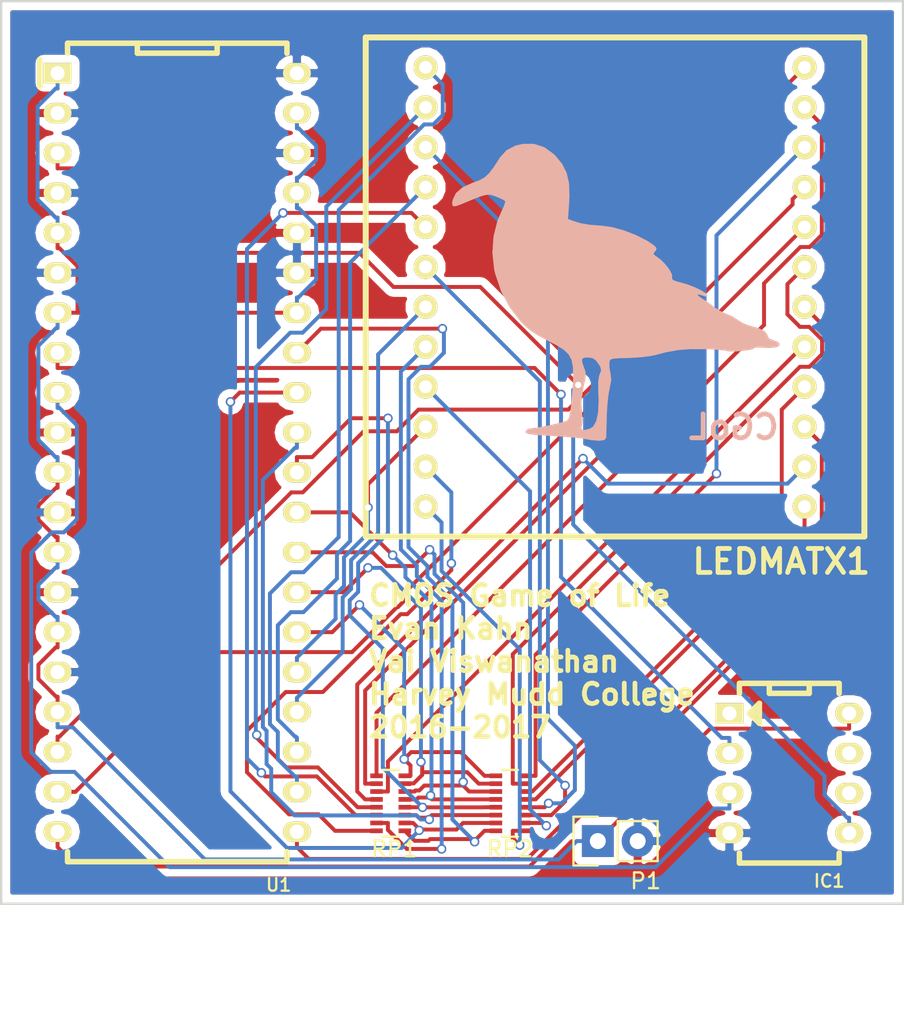
<source format=kicad_pcb>
(kicad_pcb (version 4) (host pcbnew 4.0.5)

  (general
    (links 66)
    (no_connects 0)
    (area 50.584999 45.044999 108.155001 110.433)
    (thickness 1.6)
    (drawings 5)
    (tracks 461)
    (zones 0)
    (modules 7)
    (nets 38)
  )

  (page A4)
  (layers
    (0 F.Cu signal)
    (31 B.Cu signal)
    (32 B.Adhes user)
    (33 F.Adhes user)
    (34 B.Paste user)
    (35 F.Paste user)
    (36 B.SilkS user)
    (37 F.SilkS user)
    (38 B.Mask user)
    (39 F.Mask user)
    (40 Dwgs.User user)
    (41 Cmts.User user)
    (42 Eco1.User user)
    (43 Eco2.User user)
    (44 Edge.Cuts user)
    (45 Margin user)
    (46 B.CrtYd user)
    (47 F.CrtYd user)
    (48 B.Fab user)
    (49 F.Fab user)
  )

  (setup
    (last_trace_width 0.25)
    (trace_clearance 0.2)
    (zone_clearance 0.508)
    (zone_45_only no)
    (trace_min 0.2)
    (segment_width 0.2)
    (edge_width 0.15)
    (via_size 0.6)
    (via_drill 0.4)
    (via_min_size 0.4)
    (via_min_drill 0.3)
    (uvia_size 0.3)
    (uvia_drill 0.1)
    (uvias_allowed no)
    (uvia_min_size 0.2)
    (uvia_min_drill 0.1)
    (pcb_text_width 0.3)
    (pcb_text_size 1.5 1.5)
    (mod_edge_width 0.15)
    (mod_text_size 1 1)
    (mod_text_width 0.15)
    (pad_size 1.524 1.524)
    (pad_drill 0.8128)
    (pad_to_mask_clearance 0.2)
    (aux_axis_origin 0 0)
    (visible_elements FFFFFFFF)
    (pcbplotparams
      (layerselection 0x010f0_80000001)
      (usegerberextensions false)
      (excludeedgelayer true)
      (linewidth 0.100000)
      (plotframeref false)
      (viasonmask false)
      (mode 1)
      (useauxorigin false)
      (hpglpennumber 1)
      (hpglpenspeed 20)
      (hpglpendiameter 15)
      (hpglpenoverlay 2)
      (psnegative false)
      (psa4output false)
      (plotreference true)
      (plotvalue true)
      (plotinvisibletext false)
      (padsonsilk false)
      (subtractmaskfromsilk false)
      (outputformat 1)
      (mirror false)
      (drillshape 0)
      (scaleselection 1)
      (outputdirectory ""))
  )

  (net 0 "")
  (net 1 /ph1)
  (net 2 /ph2)
  (net 3 GND)
  (net 4 /rst)
  (net 5 VCC)
  (net 6 "Net-(LEDMATX1-Pad2)")
  (net 7 /r5)
  (net 8 "Net-(LEDMATX1-Pad5)")
  (net 9 /r6)
  (net 10 "Net-(LEDMATX1-Pad8)")
  (net 11 /r7)
  (net 12 "Net-(LEDMATX1-Pad11)")
  (net 13 /r8)
  (net 14 /r4)
  (net 15 "Net-(LEDMATX1-Pad14)")
  (net 16 /r3)
  (net 17 "Net-(LEDMATX1-Pad17)")
  (net 18 /r2)
  (net 19 "Net-(LEDMATX1-Pad20)")
  (net 20 /r1)
  (net 21 "Net-(LEDMATX1-Pad23)")
  (net 22 /c8)
  (net 23 /c1)
  (net 24 /c7)
  (net 25 /c6)
  (net 26 /c5)
  (net 27 /c3)
  (net 28 /c4)
  (net 29 /c2)
  (net 30 "Net-(LEDMATX1-Pad3)")
  (net 31 "Net-(LEDMATX1-Pad6)")
  (net 32 "Net-(LEDMATX1-Pad9)")
  (net 33 "Net-(LEDMATX1-Pad12)")
  (net 34 "Net-(LEDMATX1-Pad13)")
  (net 35 "Net-(LEDMATX1-Pad16)")
  (net 36 "Net-(LEDMATX1-Pad19)")
  (net 37 "Net-(LEDMATX1-Pad22)")

  (net_class Default "This is the default net class."
    (clearance 0.2)
    (trace_width 0.25)
    (via_dia 0.6)
    (via_drill 0.4)
    (uvia_dia 0.3)
    (uvia_drill 0.1)
    (add_net /c1)
    (add_net /c2)
    (add_net /c3)
    (add_net /c4)
    (add_net /c5)
    (add_net /c6)
    (add_net /c7)
    (add_net /c8)
    (add_net /ph1)
    (add_net /ph2)
    (add_net /r1)
    (add_net /r2)
    (add_net /r3)
    (add_net /r4)
    (add_net /r5)
    (add_net /r6)
    (add_net /r7)
    (add_net /r8)
    (add_net /rst)
    (add_net GND)
    (add_net "Net-(LEDMATX1-Pad11)")
    (add_net "Net-(LEDMATX1-Pad12)")
    (add_net "Net-(LEDMATX1-Pad13)")
    (add_net "Net-(LEDMATX1-Pad14)")
    (add_net "Net-(LEDMATX1-Pad16)")
    (add_net "Net-(LEDMATX1-Pad17)")
    (add_net "Net-(LEDMATX1-Pad19)")
    (add_net "Net-(LEDMATX1-Pad2)")
    (add_net "Net-(LEDMATX1-Pad20)")
    (add_net "Net-(LEDMATX1-Pad22)")
    (add_net "Net-(LEDMATX1-Pad23)")
    (add_net "Net-(LEDMATX1-Pad3)")
    (add_net "Net-(LEDMATX1-Pad5)")
    (add_net "Net-(LEDMATX1-Pad6)")
    (add_net "Net-(LEDMATX1-Pad8)")
    (add_net "Net-(LEDMATX1-Pad9)")
    (add_net VCC)
  )

  (module dip-sip:DIP-8 (layer F.Cu) (tedit 54CEED28) (tstamp 58A55A5B)
    (at 100.838 94.234)
    (path /58A4CFCD)
    (fp_text reference IC1 (at 2.54 6.858) (layer F.SilkS)
      (effects (font (size 0.8 0.8) (thickness 0.15)))
    )
    (fp_text value ATTINY85-P (at 0 0 270) (layer F.Fab)
      (effects (font (size 0.8 0.8) (thickness 0.15)))
    )
    (fp_line (start 5 -6) (end -5 -6) (layer F.CrtYd) (width 0.15))
    (fp_line (start -5 -6) (end -5 6) (layer F.CrtYd) (width 0.15))
    (fp_line (start -5 6) (end 5 6) (layer F.CrtYd) (width 0.15))
    (fp_line (start 5 6) (end 5 -6) (layer F.CrtYd) (width 0.15))
    (fp_line (start -5 -5) (end -4 -5) (layer F.Fab) (width 0.15))
    (fp_line (start -4 -5) (end -4 -6) (layer F.Fab) (width 0.15))
    (fp_line (start -5 -6) (end 5 -6) (layer F.Fab) (width 0.15))
    (fp_line (start 5 -6) (end 5 6) (layer F.Fab) (width 0.15))
    (fp_line (start 5 6) (end -5 6) (layer F.Fab) (width 0.15))
    (fp_line (start -5 6) (end -5 -6) (layer F.Fab) (width 0.15))
    (fp_line (start -3.175 5.08) (end -3.175 5.715) (layer F.SilkS) (width 0.35))
    (fp_line (start -3.175 5.715) (end 3.175 5.715) (layer F.SilkS) (width 0.35))
    (fp_line (start 3.175 5.715) (end 3.175 5.08) (layer F.SilkS) (width 0.35))
    (fp_line (start 1.27 -5.715) (end 1.27 -5.08) (layer F.SilkS) (width 0.35))
    (fp_line (start 1.27 -5.08) (end -1.27 -5.08) (layer F.SilkS) (width 0.35))
    (fp_line (start -1.27 -5.08) (end -1.27 -5.715) (layer F.SilkS) (width 0.35))
    (fp_line (start -3.175 -5.08) (end -3.175 -5.715) (layer F.SilkS) (width 0.35))
    (fp_line (start -3.175 -5.715) (end 3.175 -5.715) (layer F.SilkS) (width 0.35))
    (fp_line (start 3.175 -5.715) (end 3.175 -5.08) (layer F.SilkS) (width 0.35))
    (fp_line (start -2.54 -3.81) (end -1.905 -4.445) (layer F.SilkS) (width 0.35))
    (fp_line (start -1.905 -4.445) (end -1.905 -3.175) (layer F.SilkS) (width 0.35))
    (fp_line (start -1.905 -3.175) (end -2.54 -3.81) (layer F.SilkS) (width 0.35))
    (fp_line (start -2.54 -3.81) (end -1.905 -3.81) (layer F.SilkS) (width 0.35))
    (pad 1 thru_hole rect (at -3.81 -3.81) (size 1.778 1.3) (drill 0.9) (layers *.Cu *.Mask F.SilkS))
    (pad 2 thru_hole oval (at -3.81 -1.27) (size 1.778 1.3) (drill 0.9) (layers *.Cu *.Mask F.SilkS)
      (net 1 /ph1))
    (pad 3 thru_hole oval (at -3.81 1.27) (size 1.778 1.3) (drill 0.9) (layers *.Cu *.Mask F.SilkS)
      (net 2 /ph2))
    (pad 4 thru_hole oval (at -3.81 3.81) (size 1.778 1.3) (drill 0.9) (layers *.Cu *.Mask F.SilkS)
      (net 3 GND))
    (pad 5 thru_hole oval (at 3.81 3.81) (size 1.778 1.3) (drill 0.9) (layers *.Cu *.Mask F.SilkS)
      (net 4 /rst))
    (pad 6 thru_hole oval (at 3.81 1.27) (size 1.778 1.3) (drill 0.9) (layers *.Cu *.Mask F.SilkS))
    (pad 7 thru_hole oval (at 3.81 -1.27) (size 1.778 1.3) (drill 0.9) (layers *.Cu *.Mask F.SilkS))
    (pad 8 thru_hole oval (at 3.81 -3.81) (size 1.778 1.3) (drill 0.9) (layers *.Cu *.Mask F.SilkS)
      (net 5 VCC))
    (model ../../../../../Users/evank/GitHub/tct/tct/packages3d/DIP-8_W7.62mm.wrl
      (at (xyz -0.152 0.16 0))
      (scale (xyz 1 1 1))
      (rotate (xyz 0 0 0))
    )
  )

  (module LED_MATRIX_RG_8x8:LED_MATRIX_RG_8x8 (layer F.Cu) (tedit 58B66F06) (tstamp 58A55A77)
    (at 89.745 63.3 270)
    (path /58A54426)
    (fp_text reference LEDMATX1 (at 17.472 -10.585 360) (layer F.SilkS)
      (effects (font (thickness 0.3048)))
    )
    (fp_text value LED_MATRIX_RGA_8x8 (at 0 17.145 270) (layer Cmts.User)
      (effects (font (thickness 0.3048)))
    )
    (fp_line (start -15.875 -15.875) (end -15.875 15.875) (layer F.SilkS) (width 0.381))
    (fp_line (start -15.875 15.875) (end 15.875 15.875) (layer F.SilkS) (width 0.381))
    (fp_line (start 15.875 15.875) (end 15.875 -15.875) (layer F.SilkS) (width 0.381))
    (fp_line (start 15.875 -15.875) (end -15.875 -15.875) (layer F.SilkS) (width 0.381))
    (pad 1 thru_hole circle (at -13.97 12.065 270) (size 1.524 1.524) (drill 0.8128) (layers *.Cu *.Mask F.SilkS)
      (net 7 /r5))
    (pad 2 thru_hole circle (at -11.43 12.065 270) (size 1.524 1.524) (drill 0.8128) (layers *.Cu *.Mask F.SilkS)
      (net 6 "Net-(LEDMATX1-Pad2)"))
    (pad 3 thru_hole circle (at -8.89 12.065 270) (size 1.524 1.524) (drill 0.8128) (layers *.Cu *.Mask F.SilkS)
      (net 30 "Net-(LEDMATX1-Pad3)"))
    (pad 4 thru_hole circle (at -6.35 12.065 270) (size 1.524 1.524) (drill 0.8128) (layers *.Cu *.Mask F.SilkS)
      (net 9 /r6))
    (pad 5 thru_hole circle (at -3.81 12.065 270) (size 1.524 1.524) (drill 0.8128) (layers *.Cu *.Mask F.SilkS)
      (net 8 "Net-(LEDMATX1-Pad5)"))
    (pad 6 thru_hole circle (at -1.27 12.065 270) (size 1.524 1.524) (drill 0.8128) (layers *.Cu *.Mask F.SilkS)
      (net 31 "Net-(LEDMATX1-Pad6)"))
    (pad 7 thru_hole circle (at 1.27 12.065 270) (size 1.524 1.524) (drill 0.8128) (layers *.Cu *.Mask F.SilkS)
      (net 11 /r7))
    (pad 8 thru_hole circle (at 3.81 12.065 270) (size 1.524 1.524) (drill 0.8128) (layers *.Cu *.Mask F.SilkS)
      (net 10 "Net-(LEDMATX1-Pad8)"))
    (pad 9 thru_hole circle (at 6.35 12.065 270) (size 1.524 1.524) (drill 0.8128) (layers *.Cu *.Mask F.SilkS)
      (net 32 "Net-(LEDMATX1-Pad9)"))
    (pad 10 thru_hole circle (at 8.89 12.065 270) (size 1.524 1.524) (drill 0.8128) (layers *.Cu *.Mask F.SilkS)
      (net 13 /r8))
    (pad 11 thru_hole circle (at 11.43 12.065 270) (size 1.524 1.524) (drill 0.8128) (layers *.Cu *.Mask F.SilkS)
      (net 12 "Net-(LEDMATX1-Pad11)"))
    (pad 12 thru_hole circle (at 13.97 12.065 270) (size 1.524 1.524) (drill 0.8128) (layers *.Cu *.Mask F.SilkS)
      (net 33 "Net-(LEDMATX1-Pad12)"))
    (pad 13 thru_hole circle (at 13.97 -12.065 270) (size 1.524 1.524) (drill 0.8128) (layers *.Cu *.Mask F.SilkS)
      (net 34 "Net-(LEDMATX1-Pad13)"))
    (pad 14 thru_hole circle (at 11.43 -12.065 270) (size 1.524 1.524) (drill 0.8128) (layers *.Cu *.Mask F.SilkS)
      (net 15 "Net-(LEDMATX1-Pad14)"))
    (pad 15 thru_hole circle (at 8.89 -12.065 270) (size 1.524 1.524) (drill 0.8128) (layers *.Cu *.Mask F.SilkS)
      (net 14 /r4))
    (pad 16 thru_hole circle (at 6.35 -12.065 270) (size 1.524 1.524) (drill 0.8128) (layers *.Cu *.Mask F.SilkS)
      (net 35 "Net-(LEDMATX1-Pad16)"))
    (pad 17 thru_hole circle (at 3.81 -12.065 270) (size 1.524 1.524) (drill 0.8128) (layers *.Cu *.Mask F.SilkS)
      (net 17 "Net-(LEDMATX1-Pad17)"))
    (pad 18 thru_hole circle (at 1.27 -12.065 270) (size 1.524 1.524) (drill 0.8128) (layers *.Cu *.Mask F.SilkS)
      (net 16 /r3))
    (pad 19 thru_hole circle (at -1.27 -12.065 270) (size 1.524 1.524) (drill 0.8128) (layers *.Cu *.Mask F.SilkS)
      (net 36 "Net-(LEDMATX1-Pad19)"))
    (pad 20 thru_hole circle (at -3.81 -12.065 270) (size 1.524 1.524) (drill 0.8128) (layers *.Cu *.Mask F.SilkS)
      (net 19 "Net-(LEDMATX1-Pad20)"))
    (pad 21 thru_hole circle (at -6.35 -12.065 270) (size 1.524 1.524) (drill 0.8128) (layers *.Cu *.Mask F.SilkS)
      (net 18 /r2))
    (pad 22 thru_hole circle (at -8.89 -12.065 270) (size 1.524 1.524) (drill 0.8128) (layers *.Cu *.Mask F.SilkS)
      (net 37 "Net-(LEDMATX1-Pad22)"))
    (pad 23 thru_hole circle (at -11.43 -12.065 270) (size 1.524 1.524) (drill 0.8128) (layers *.Cu *.Mask F.SilkS)
      (net 21 "Net-(LEDMATX1-Pad23)"))
    (pad 24 thru_hole circle (at -13.97 -12.065 270) (size 1.524 1.524) (drill 0.8128) (layers *.Cu *.Mask F.SilkS)
      (net 20 /r1))
    (model ../../../../../Users/evank/GitHub/tct/tct/packages3d/LED_matrix_8x8_detailed.wrl
      (at (xyz 0 0 0))
      (scale (xyz 1 1 1))
      (rotate (xyz 270 0 0))
    )
  )

  (module Pin_Headers:Pin_Header_Straight_1x02 (layer F.Cu) (tedit 54EA090C) (tstamp 58A55A7D)
    (at 88.646 98.552 90)
    (descr "Through hole pin header")
    (tags "pin header")
    (path /58A56ECD)
    (fp_text reference P1 (at -2.54 3.048 180) (layer F.SilkS)
      (effects (font (size 1 1) (thickness 0.15)))
    )
    (fp_text value CONN_01X02 (at -6.698 1.134 180) (layer F.Fab)
      (effects (font (size 1 1) (thickness 0.15)))
    )
    (fp_line (start 1.27 1.27) (end 1.27 3.81) (layer F.SilkS) (width 0.15))
    (fp_line (start 1.55 -1.55) (end 1.55 0) (layer F.SilkS) (width 0.15))
    (fp_line (start -1.75 -1.75) (end -1.75 4.3) (layer F.CrtYd) (width 0.05))
    (fp_line (start 1.75 -1.75) (end 1.75 4.3) (layer F.CrtYd) (width 0.05))
    (fp_line (start -1.75 -1.75) (end 1.75 -1.75) (layer F.CrtYd) (width 0.05))
    (fp_line (start -1.75 4.3) (end 1.75 4.3) (layer F.CrtYd) (width 0.05))
    (fp_line (start 1.27 1.27) (end -1.27 1.27) (layer F.SilkS) (width 0.15))
    (fp_line (start -1.55 0) (end -1.55 -1.55) (layer F.SilkS) (width 0.15))
    (fp_line (start -1.55 -1.55) (end 1.55 -1.55) (layer F.SilkS) (width 0.15))
    (fp_line (start -1.27 1.27) (end -1.27 3.81) (layer F.SilkS) (width 0.15))
    (fp_line (start -1.27 3.81) (end 1.27 3.81) (layer F.SilkS) (width 0.15))
    (pad 1 thru_hole rect (at 0 0 90) (size 2.032 2.032) (drill 1.016) (layers *.Cu *.Mask)
      (net 5 VCC))
    (pad 2 thru_hole oval (at 0 2.54 90) (size 2.032 2.032) (drill 1.016) (layers *.Cu *.Mask)
      (net 3 GND))
  )

  (module Resistors_SMD:R_Array_Convex_8x0602 (layer F.Cu) (tedit 54539007) (tstamp 58A55A91)
    (at 75.458 96.15)
    (descr "Chip Resistor Network, ROHM MNR18 (see mnr_g.pdf)")
    (tags "resistor array")
    (path /58A5487D)
    (attr smd)
    (fp_text reference RP1 (at 0.234 2.91 180) (layer F.SilkS)
      (effects (font (size 1 1) (thickness 0.15)))
    )
    (fp_text value R_PACK8 (at 0.254 13.208) (layer F.Fab)
      (effects (font (size 1 1) (thickness 0.15)))
    )
    (fp_line (start -1.55 -2.25) (end 1.55 -2.25) (layer F.CrtYd) (width 0.05))
    (fp_line (start -1.55 2.25) (end 1.55 2.25) (layer F.CrtYd) (width 0.05))
    (fp_line (start -1.55 -2.25) (end -1.55 2.25) (layer F.CrtYd) (width 0.05))
    (fp_line (start 1.55 -2.25) (end 1.55 2.25) (layer F.CrtYd) (width 0.05))
    (fp_line (start 0.5 2.125) (end -0.5 2.125) (layer F.SilkS) (width 0.15))
    (fp_line (start 0.5 -2.125) (end -0.5 -2.125) (layer F.SilkS) (width 0.15))
    (pad 1 smd rect (at -0.9 -1.75) (size 0.8 0.3) (layers F.Cu F.Paste F.Mask)
      (net 21 "Net-(LEDMATX1-Pad23)"))
    (pad 16 smd rect (at 0.9 -1.75) (size 0.8 0.3) (layers F.Cu F.Paste F.Mask)
      (net 23 /c1))
    (pad 8 smd rect (at -0.9 1.75) (size 0.8 0.3) (layers F.Cu F.Paste F.Mask)
      (net 12 "Net-(LEDMATX1-Pad11)"))
    (pad 9 smd rect (at 0.9 1.75) (size 0.8 0.3) (layers F.Cu F.Paste F.Mask)
      (net 22 /c8))
    (pad 2 smd rect (at -0.9 -1.25) (size 0.8 0.3) (layers F.Cu F.Paste F.Mask)
      (net 19 "Net-(LEDMATX1-Pad20)"))
    (pad 3 smd rect (at -0.9 -0.75) (size 0.8 0.3) (layers F.Cu F.Paste F.Mask)
      (net 17 "Net-(LEDMATX1-Pad17)"))
    (pad 4 smd rect (at -0.9 -0.25) (size 0.8 0.3) (layers F.Cu F.Paste F.Mask)
      (net 15 "Net-(LEDMATX1-Pad14)"))
    (pad 5 smd rect (at -0.9 0.25) (size 0.8 0.3) (layers F.Cu F.Paste F.Mask)
      (net 6 "Net-(LEDMATX1-Pad2)"))
    (pad 6 smd rect (at -0.9 0.75) (size 0.8 0.3) (layers F.Cu F.Paste F.Mask)
      (net 8 "Net-(LEDMATX1-Pad5)"))
    (pad 7 smd rect (at -0.9 1.25) (size 0.8 0.3) (layers F.Cu F.Paste F.Mask)
      (net 10 "Net-(LEDMATX1-Pad8)"))
    (pad 15 smd rect (at 0.9 -1.25) (size 0.8 0.3) (layers F.Cu F.Paste F.Mask)
      (net 29 /c2))
    (pad 14 smd rect (at 0.9 -0.75) (size 0.8 0.3) (layers F.Cu F.Paste F.Mask)
      (net 27 /c3))
    (pad 13 smd rect (at 0.9 -0.25) (size 0.8 0.3) (layers F.Cu F.Paste F.Mask)
      (net 28 /c4))
    (pad 11 smd rect (at 0.9 0.75) (size 0.8 0.3) (layers F.Cu F.Paste F.Mask)
      (net 25 /c6))
    (pad 12 smd rect (at 0.9 0.25) (size 0.8 0.3) (layers F.Cu F.Paste F.Mask)
      (net 26 /c5))
    (pad 10 smd rect (at 0.9 1.25) (size 0.8 0.3) (layers F.Cu F.Paste F.Mask)
      (net 24 /c7))
    (model Resistors_SMD.3dshapes/R_Array_Convex_8x0602.wrl
      (at (xyz 0 0 0))
      (scale (xyz 1 1 1))
      (rotate (xyz 0 0 0))
    )
  )

  (module Resistors_SMD:R_Array_Convex_8x0602 (layer F.Cu) (tedit 54539007) (tstamp 58A55AA5)
    (at 83.058 96.15)
    (descr "Chip Resistor Network, ROHM MNR18 (see mnr_g.pdf)")
    (tags "resistor array")
    (path /58A5484C)
    (attr smd)
    (fp_text reference RP2 (at 0 2.91 180) (layer F.SilkS)
      (effects (font (size 1 1) (thickness 0.15)))
    )
    (fp_text value R_PACK8 (at -1.778 7.874) (layer F.Fab)
      (effects (font (size 1 1) (thickness 0.15)))
    )
    (fp_line (start -1.55 -2.25) (end 1.55 -2.25) (layer F.CrtYd) (width 0.05))
    (fp_line (start -1.55 2.25) (end 1.55 2.25) (layer F.CrtYd) (width 0.05))
    (fp_line (start -1.55 -2.25) (end -1.55 2.25) (layer F.CrtYd) (width 0.05))
    (fp_line (start 1.55 -2.25) (end 1.55 2.25) (layer F.CrtYd) (width 0.05))
    (fp_line (start 0.5 2.125) (end -0.5 2.125) (layer F.SilkS) (width 0.15))
    (fp_line (start 0.5 -2.125) (end -0.5 -2.125) (layer F.SilkS) (width 0.15))
    (pad 1 smd rect (at -0.9 -1.75) (size 0.8 0.3) (layers F.Cu F.Paste F.Mask)
      (net 23 /c1))
    (pad 16 smd rect (at 0.9 -1.75) (size 0.8 0.3) (layers F.Cu F.Paste F.Mask)
      (net 37 "Net-(LEDMATX1-Pad22)"))
    (pad 8 smd rect (at -0.9 1.75) (size 0.8 0.3) (layers F.Cu F.Paste F.Mask)
      (net 22 /c8))
    (pad 9 smd rect (at 0.9 1.75) (size 0.8 0.3) (layers F.Cu F.Paste F.Mask)
      (net 33 "Net-(LEDMATX1-Pad12)"))
    (pad 2 smd rect (at -0.9 -1.25) (size 0.8 0.3) (layers F.Cu F.Paste F.Mask)
      (net 29 /c2))
    (pad 3 smd rect (at -0.9 -0.75) (size 0.8 0.3) (layers F.Cu F.Paste F.Mask)
      (net 27 /c3))
    (pad 4 smd rect (at -0.9 -0.25) (size 0.8 0.3) (layers F.Cu F.Paste F.Mask)
      (net 28 /c4))
    (pad 5 smd rect (at -0.9 0.25) (size 0.8 0.3) (layers F.Cu F.Paste F.Mask)
      (net 26 /c5))
    (pad 6 smd rect (at -0.9 0.75) (size 0.8 0.3) (layers F.Cu F.Paste F.Mask)
      (net 25 /c6))
    (pad 7 smd rect (at -0.9 1.25) (size 0.8 0.3) (layers F.Cu F.Paste F.Mask)
      (net 24 /c7))
    (pad 15 smd rect (at 0.9 -1.25) (size 0.8 0.3) (layers F.Cu F.Paste F.Mask)
      (net 36 "Net-(LEDMATX1-Pad19)"))
    (pad 14 smd rect (at 0.9 -0.75) (size 0.8 0.3) (layers F.Cu F.Paste F.Mask)
      (net 35 "Net-(LEDMATX1-Pad16)"))
    (pad 13 smd rect (at 0.9 -0.25) (size 0.8 0.3) (layers F.Cu F.Paste F.Mask)
      (net 34 "Net-(LEDMATX1-Pad13)"))
    (pad 11 smd rect (at 0.9 0.75) (size 0.8 0.3) (layers F.Cu F.Paste F.Mask)
      (net 31 "Net-(LEDMATX1-Pad6)"))
    (pad 12 smd rect (at 0.9 0.25) (size 0.8 0.3) (layers F.Cu F.Paste F.Mask)
      (net 30 "Net-(LEDMATX1-Pad3)"))
    (pad 10 smd rect (at 0.9 1.25) (size 0.8 0.3) (layers F.Cu F.Paste F.Mask)
      (net 32 "Net-(LEDMATX1-Pad9)"))
  )

  (module dip-sip:DIP-40 (layer F.Cu) (tedit 54CEED0C) (tstamp 58A55AD1)
    (at 61.87 73.83)
    (path /58A4CF87)
    (fp_text reference U1 (at 6.456 27.516) (layer F.SilkS)
      (effects (font (size 0.8 0.8) (thickness 0.15)))
    )
    (fp_text value DIL40_IC (at 0 0) (layer F.Fab)
      (effects (font (size 0.8 0.8) (thickness 0.15)))
    )
    (fp_line (start -9 -25.5) (end -8 -25.5) (layer F.Fab) (width 0.15))
    (fp_line (start -8 -25.5) (end -8 -26.5) (layer F.Fab) (width 0.15))
    (fp_line (start -9 -26.5) (end 9 -26.5) (layer F.Fab) (width 0.15))
    (fp_line (start 9 -26.5) (end 9 26.5) (layer F.Fab) (width 0.15))
    (fp_line (start 9 26.5) (end -9 26.5) (layer F.Fab) (width 0.15))
    (fp_line (start -9 26.5) (end -9 -26.5) (layer F.Fab) (width 0.15))
    (fp_line (start -9 -26.5) (end 9 -26.5) (layer F.CrtYd) (width 0.15))
    (fp_line (start 9 -26.5) (end 9 26.5) (layer F.CrtYd) (width 0.15))
    (fp_line (start 9 26.5) (end -9 26.5) (layer F.CrtYd) (width 0.15))
    (fp_line (start -9 26.5) (end -9 -26.5) (layer F.CrtYd) (width 0.15))
    (fp_line (start -8.75 -25) (end -8.75 -23.25) (layer F.SilkS) (width 0.35))
    (fp_line (start -6.985 25.4) (end -6.985 26.035) (layer F.SilkS) (width 0.35))
    (fp_line (start -6.985 26.035) (end 6.985 26.035) (layer F.SilkS) (width 0.35))
    (fp_line (start 6.985 26.035) (end 6.985 25.4) (layer F.SilkS) (width 0.35))
    (fp_line (start -2.54 -26.035) (end -2.54 -25.4) (layer F.SilkS) (width 0.35))
    (fp_line (start -2.54 -25.4) (end 2.54 -25.4) (layer F.SilkS) (width 0.35))
    (fp_line (start 2.54 -25.4) (end 2.54 -26.035) (layer F.SilkS) (width 0.35))
    (fp_line (start -6.985 -25.4) (end -6.985 -26.035) (layer F.SilkS) (width 0.35))
    (fp_line (start -6.985 -26.035) (end 6.985 -26.035) (layer F.SilkS) (width 0.35))
    (fp_line (start 6.985 -26.035) (end 6.985 -25.4) (layer F.SilkS) (width 0.35))
    (pad 1 thru_hole rect (at -7.62 -24.13) (size 1.778 1.3) (drill 0.9) (layers *.Cu *.Mask F.SilkS)
      (net 5 VCC))
    (pad 2 thru_hole oval (at -7.62 -21.59) (size 1.778 1.3) (drill 0.9) (layers *.Cu *.Mask F.SilkS)
      (net 3 GND))
    (pad 3 thru_hole oval (at -7.62 -19.05) (size 1.778 1.3) (drill 0.9) (layers *.Cu *.Mask F.SilkS)
      (net 4 /rst))
    (pad 4 thru_hole oval (at -7.62 -16.51) (size 1.778 1.3) (drill 0.9) (layers *.Cu *.Mask F.SilkS)
      (net 3 GND))
    (pad 5 thru_hole oval (at -7.62 -13.97) (size 1.778 1.3) (drill 0.9) (layers *.Cu *.Mask F.SilkS)
      (net 5 VCC))
    (pad 6 thru_hole oval (at -7.62 -11.43) (size 1.778 1.3) (drill 0.9) (layers *.Cu *.Mask F.SilkS)
      (net 3 GND))
    (pad 7 thru_hole oval (at -7.62 -8.89) (size 1.778 1.3) (drill 0.9) (layers *.Cu *.Mask F.SilkS)
      (net 5 VCC))
    (pad 8 thru_hole oval (at -7.62 -6.35) (size 1.778 1.3) (drill 0.9) (layers *.Cu *.Mask F.SilkS)
      (net 1 /ph1))
    (pad 9 thru_hole oval (at -7.62 -3.81) (size 1.778 1.3) (drill 0.9) (layers *.Cu *.Mask F.SilkS)
      (net 2 /ph2))
    (pad 10 thru_hole oval (at -7.62 -1.27) (size 1.778 1.3) (drill 0.9) (layers *.Cu *.Mask F.SilkS)
      (net 3 GND))
    (pad 11 thru_hole oval (at -7.62 1.27) (size 1.778 1.3) (drill 0.9) (layers *.Cu *.Mask F.SilkS)
      (net 5 VCC))
    (pad 12 thru_hole oval (at -7.62 3.81) (size 1.778 1.3) (drill 0.9) (layers *.Cu *.Mask F.SilkS)
      (net 3 GND))
    (pad 13 thru_hole oval (at -7.62 6.35) (size 1.778 1.3) (drill 0.9) (layers *.Cu *.Mask F.SilkS)
      (net 5 VCC))
    (pad 14 thru_hole oval (at -7.62 8.89) (size 1.778 1.3) (drill 0.9) (layers *.Cu *.Mask F.SilkS)
      (net 3 GND))
    (pad 15 thru_hole oval (at -7.62 11.43) (size 1.778 1.3) (drill 0.9) (layers *.Cu *.Mask F.SilkS)
      (net 5 VCC))
    (pad 16 thru_hole oval (at -7.62 13.97) (size 1.778 1.3) (drill 0.9) (layers *.Cu *.Mask F.SilkS)
      (net 3 GND))
    (pad 17 thru_hole oval (at -7.62 16.51) (size 1.778 1.3) (drill 0.9) (layers *.Cu *.Mask F.SilkS)
      (net 5 VCC))
    (pad 18 thru_hole oval (at -7.62 19.05) (size 1.778 1.3) (drill 0.9) (layers *.Cu *.Mask F.SilkS)
      (net 20 /r1))
    (pad 19 thru_hole oval (at -7.62 21.59) (size 1.778 1.3) (drill 0.9) (layers *.Cu *.Mask F.SilkS)
      (net 18 /r2))
    (pad 20 thru_hole oval (at -7.62 24.13) (size 1.778 1.3) (drill 0.9) (layers *.Cu *.Mask F.SilkS)
      (net 16 /r3))
    (pad 21 thru_hole oval (at 7.62 24.13) (size 1.778 1.3) (drill 0.9) (layers *.Cu *.Mask F.SilkS)
      (net 14 /r4))
    (pad 22 thru_hole oval (at 7.62 21.59) (size 1.778 1.3) (drill 0.9) (layers *.Cu *.Mask F.SilkS)
      (net 7 /r5))
    (pad 23 thru_hole oval (at 7.62 19.05) (size 1.778 1.3) (drill 0.9) (layers *.Cu *.Mask F.SilkS)
      (net 9 /r6))
    (pad 24 thru_hole oval (at 7.62 16.51) (size 1.778 1.3) (drill 0.9) (layers *.Cu *.Mask F.SilkS)
      (net 11 /r7))
    (pad 25 thru_hole oval (at 7.62 13.97) (size 1.778 1.3) (drill 0.9) (layers *.Cu *.Mask F.SilkS)
      (net 13 /r8))
    (pad 26 thru_hole oval (at 7.62 11.43) (size 1.778 1.3) (drill 0.9) (layers *.Cu *.Mask F.SilkS)
      (net 23 /c1))
    (pad 27 thru_hole oval (at 7.62 8.89) (size 1.778 1.3) (drill 0.9) (layers *.Cu *.Mask F.SilkS)
      (net 29 /c2))
    (pad 28 thru_hole oval (at 7.62 6.35) (size 1.778 1.3) (drill 0.9) (layers *.Cu *.Mask F.SilkS)
      (net 27 /c3))
    (pad 29 thru_hole oval (at 7.62 3.81) (size 1.778 1.3) (drill 0.9) (layers *.Cu *.Mask F.SilkS)
      (net 28 /c4))
    (pad 30 thru_hole oval (at 7.62 1.27) (size 1.778 1.3) (drill 0.9) (layers *.Cu *.Mask F.SilkS)
      (net 26 /c5))
    (pad 31 thru_hole oval (at 7.62 -1.27) (size 1.778 1.3) (drill 0.9) (layers *.Cu *.Mask F.SilkS)
      (net 25 /c6))
    (pad 32 thru_hole oval (at 7.62 -3.81) (size 1.778 1.3) (drill 0.9) (layers *.Cu *.Mask F.SilkS)
      (net 24 /c7))
    (pad 33 thru_hole oval (at 7.62 -6.35) (size 1.778 1.3) (drill 0.9) (layers *.Cu *.Mask F.SilkS)
      (net 22 /c8))
    (pad 34 thru_hole oval (at 7.62 -8.89) (size 1.778 1.3) (drill 0.9) (layers *.Cu *.Mask F.SilkS)
      (net 5 VCC))
    (pad 35 thru_hole oval (at 7.62 -11.43) (size 1.778 1.3) (drill 0.9) (layers *.Cu *.Mask F.SilkS)
      (net 3 GND))
    (pad 36 thru_hole oval (at 7.62 -13.97) (size 1.778 1.3) (drill 0.9) (layers *.Cu *.Mask F.SilkS)
      (net 3 GND))
    (pad 37 thru_hole oval (at 7.62 -16.51) (size 1.778 1.3) (drill 0.9) (layers *.Cu *.Mask F.SilkS)
      (net 5 VCC))
    (pad 38 thru_hole oval (at 7.62 -19.05) (size 1.778 1.3) (drill 0.9) (layers *.Cu *.Mask F.SilkS)
      (net 3 GND))
    (pad 39 thru_hole oval (at 7.62 -21.59) (size 1.778 1.3) (drill 0.9) (layers *.Cu *.Mask F.SilkS)
      (net 5 VCC))
    (pad 40 thru_hole oval (at 7.62 -24.13) (size 1.778 1.3) (drill 0.9) (layers *.Cu *.Mask F.SilkS)
      (net 3 GND))
    (model ../../../../../Users/evank/GitHub/tct/tct/packages3d/DIP-40_W15.24mm.wrl
      (at (xyz -0.295 0.95 0))
      (scale (xyz 1 1 1))
      (rotate (xyz 0 0 0))
    )
  )

  (module seagull:seagull_icon (layer F.Cu) (tedit 58BBAE06) (tstamp 58C22EFC)
    (at 89.42 63.74)
    (fp_text reference G*** (at 4.87 -6.78) (layer F.SilkS) hide
      (effects (font (thickness 0.3)))
    )
    (fp_text value CGoL (at 7.89 8.47) (layer B.SilkS)
      (effects (font (thickness 0.3)) (justify mirror))
    )
    (fp_poly (pts (xy -4.190723 -9.331391) (xy -3.595528 -8.905038) (xy -3.456937 -8.769126) (xy -3.036093 -8.251727)
      (xy -2.759064 -7.693976) (xy -2.61164 -7.046917) (xy -2.579613 -6.261596) (xy -2.601103 -5.820492)
      (xy -2.675456 -4.762734) (xy -2.356649 -4.639949) (xy -1.866346 -4.489627) (xy -1.286163 -4.391631)
      (xy -0.548202 -4.334688) (xy -0.506182 -4.332727) (xy 0.152447 -4.238355) (xy 0.905939 -4.028033)
      (xy 1.669901 -3.731365) (xy 2.359939 -3.377956) (xy 2.543637 -3.262838) (xy 2.839777 -3.053015)
      (xy 2.961381 -2.908547) (xy 2.933711 -2.779034) (xy 2.840114 -2.671355) (xy 2.768705 -2.536647)
      (xy 2.894653 -2.415636) (xy 2.926705 -2.3973) (xy 3.229538 -2.176546) (xy 3.529812 -1.874355)
      (xy 3.78044 -1.550004) (xy 3.934333 -1.262772) (xy 3.956507 -1.100916) (xy 3.952085 -0.956556)
      (xy 4.059432 -0.855718) (xy 4.326137 -0.765523) (xy 4.507 -0.720554) (xy 4.977445 -0.582171)
      (xy 5.438385 -0.401941) (xy 5.832979 -0.207108) (xy 6.104383 -0.024913) (xy 6.193038 0.087507)
      (xy 6.175936 0.173818) (xy 6.00938 0.144543) (xy 5.922437 0.113141) (xy 5.650995 0.031547)
      (xy 5.573718 0.057897) (xy 5.688875 0.177893) (xy 5.951314 0.35157) (xy 6.304125 0.582486)
      (xy 6.623416 0.822876) (xy 6.678977 0.870358) (xy 6.990416 1.081035) (xy 7.365335 1.253204)
      (xy 7.403501 1.265995) (xy 7.785504 1.432137) (xy 8.129846 1.64945) (xy 8.153956 1.669066)
      (xy 8.498762 1.882477) (xy 8.872614 2.018662) (xy 9.454679 2.179065) (xy 9.841553 2.368182)
      (xy 10.017706 2.57765) (xy 10.027159 2.64039) (xy 10.116519 2.837901) (xy 10.372199 2.9438)
      (xy 10.640893 3.033974) (xy 10.791081 3.139064) (xy 10.793289 3.294634) (xy 10.590561 3.395913)
      (xy 10.203812 3.436695) (xy 9.82659 3.425354) (xy 9.464246 3.411981) (xy 9.224571 3.426466)
      (xy 9.160458 3.462355) (xy 9.08743 3.515607) (xy 8.849044 3.569111) (xy 8.510751 3.616236)
      (xy 8.138 3.650348) (xy 7.79624 3.664813) (xy 7.550921 3.652999) (xy 7.480382 3.63263)
      (xy 7.321 3.598471) (xy 6.982986 3.563996) (xy 6.518569 3.533574) (xy 6.065816 3.514246)
      (xy 5.15197 3.509492) (xy 4.361675 3.569583) (xy 3.593742 3.706351) (xy 2.914345 3.882693)
      (xy 2.533779 3.959821) (xy 2.009927 4.024138) (xy 1.430393 4.06603) (xy 1.159237 4.075327)
      (xy 0.631953 4.088004) (xy 0.292293 4.108103) (xy 0.097 4.146857) (xy 0.002821 4.215498)
      (xy -0.033499 4.325258) (xy -0.042023 4.387273) (xy -0.034937 4.704767) (xy 0.031946 5.059101)
      (xy 0.078721 5.487174) (xy -0.015126 5.982738) (xy -0.085665 6.334282) (xy -0.146709 6.836083)
      (xy -0.189626 7.407492) (xy -0.202721 7.735455) (xy -0.216251 8.2603) (xy -0.228305 8.712962)
      (xy -0.237293 9.034575) (xy -0.240893 9.149773) (xy -0.352697 9.292081) (xy -0.670205 9.342249)
      (xy -1.187254 9.29996) (xy -1.63375 9.221463) (xy -1.943499 9.176315) (xy -2.423035 9.127195)
      (xy -3.011424 9.079504) (xy -3.647734 9.038646) (xy -3.769659 9.032068) (xy -4.426904 8.993667)
      (xy -4.885179 8.955159) (xy -5.17637 8.911463) (xy -5.332365 8.8575) (xy -5.385047 8.788188)
      (xy -5.386023 8.774546) (xy -5.285027 8.629585) (xy -5.097386 8.57085) (xy -4.623496 8.507067)
      (xy -4.103695 8.415487) (xy -3.593224 8.308589) (xy -3.147325 8.198851) (xy -2.821237 8.098751)
      (xy -2.671914 8.022974) (xy -2.592639 7.821467) (xy -2.51519 7.438476) (xy -2.445341 6.92339)
      (xy -2.443386 6.90269) (xy -1.829867 6.90269) (xy -1.749395 7.949374) (xy -1.735378 8.024091)
      (xy -1.750318 8.217186) (xy -1.796565 8.399318) (xy -1.825333 8.590389) (xy -1.699994 8.654739)
      (xy -1.583803 8.659091) (xy -1.275189 8.578406) (xy -1.0648 8.436504) (xy -0.871287 8.099274)
      (xy -0.7543 7.561436) (xy -0.716583 6.841186) (xy -0.737095 6.264589) (xy -0.748659 5.634598)
      (xy -0.688065 5.213793) (xy -0.644284 5.103332) (xy -0.557542 4.858529) (xy -0.615515 4.636126)
      (xy -0.686665 4.515194) (xy -0.906763 4.217608) (xy -1.121152 4.078291) (xy -1.412462 4.042677)
      (xy -1.680727 4.068236) (xy -1.787068 4.178916) (xy -1.750327 4.4194) (xy -1.666878 4.645996)
      (xy -1.572976 4.911258) (xy -1.540605 5.14039) (xy -1.570939 5.415193) (xy -1.665156 5.817463)
      (xy -1.684813 5.893633) (xy -1.829867 6.90269) (xy -2.443386 6.90269) (xy -2.388867 6.325601)
      (xy -2.351542 5.694499) (xy -2.339226 5.177466) (xy -2.358819 4.622632) (xy -2.444686 4.195661)
      (xy -2.628019 3.854153) (xy -2.940011 3.555705) (xy -3.411855 3.257914) (xy -3.959608 2.974769)
      (xy -4.575213 2.65047) (xy -5.046457 2.344415) (xy -5.448543 2.003356) (xy -5.711719 1.734129)
      (xy -6.390282 0.847147) (xy -6.932756 -0.181061) (xy -7.306282 -1.285171) (xy -7.368043 -1.558636)
      (xy -7.481299 -2.607859) (xy -7.408799 -3.660389) (xy -7.157988 -4.651907) (xy -6.95433 -5.132657)
      (xy -6.788699 -5.493287) (xy -6.684855 -5.770925) (xy -6.665108 -5.902882) (xy -6.794739 -5.989267)
      (xy -7.066834 -6.115897) (xy -7.241471 -6.186077) (xy -7.457443 -6.264822) (xy -7.642766 -6.308018)
      (xy -7.838283 -6.306709) (xy -8.08484 -6.251937) (xy -8.42328 -6.134742) (xy -8.894448 -5.946167)
      (xy -9.5147 -5.68751) (xy -9.846148 -5.573387) (xy -10.012029 -5.598873) (xy -10.043289 -5.782329)
      (xy -10.009202 -5.980882) (xy -9.802494 -6.411241) (xy -9.384157 -6.770946) (xy -8.749115 -7.064151)
      (xy -8.641631 -7.100454) (xy -8.267513 -7.242871) (xy -7.964684 -7.421571) (xy -7.690576 -7.677443)
      (xy -7.402619 -8.05138) (xy -7.058244 -8.584271) (xy -7.002386 -8.675063) (xy -6.591793 -9.129111)
      (xy -6.019803 -9.427834) (xy -5.547982 -9.536527) (xy -4.833177 -9.538818) (xy -4.190723 -9.331391)) (layer B.SilkS) (width 0.01))
  )

  (gr_text "CMOS Game of Life\nEvan Kahn\nVai Viswanathan\nHarvey Mudd College\n2016-2017" (at 73.914 87.122) (layer F.SilkS)
    (effects (font (size 1.3 1.3) (thickness 0.3)) (justify left))
  )
  (gr_line (start 108.08 45.12) (end 108.08 102.54) (layer Edge.Cuts) (width 0.15) (tstamp 58A55C73))
  (gr_line (start 50.66 102.54) (end 108.08 102.54) (layer Edge.Cuts) (width 0.15) (tstamp 58A55C70))
  (gr_line (start 50.66 45.12) (end 108.08 45.12) (layer Edge.Cuts) (width 0.15) (tstamp 58A55C6F))
  (gr_line (start 50.66 45.12) (end 50.66 102.54) (layer Edge.Cuts) (width 0.15))

  (via (at 86.3032 70.1351) (size 0.6) (layers F.Cu B.Cu) (net 1))
  (segment (start 84.6234 68.4553) (end 86.3032 70.1351) (width 0.25) (layer F.Cu) (net 1))
  (segment (start 54.25 68.4553) (end 84.6234 68.4553) (width 0.25) (layer F.Cu) (net 1))
  (segment (start 96.5404 91.9887) (end 97.028 91.9887) (width 0.25) (layer B.Cu) (net 1))
  (segment (start 86.3032 81.7515) (end 96.5404 91.9887) (width 0.25) (layer B.Cu) (net 1))
  (segment (start 86.3032 70.1351) (end 86.3032 81.7515) (width 0.25) (layer B.Cu) (net 1))
  (segment (start 54.25 67.48) (end 54.25 68.4553) (width 0.25) (layer F.Cu) (net 1))
  (segment (start 97.028 92.964) (end 97.028 91.9887) (width 0.25) (layer B.Cu) (net 1))
  (segment (start 96.0527 96.4793) (end 97.028 96.4793) (width 0.25) (layer B.Cu) (net 2))
  (segment (start 92.321 100.211) (end 96.0527 96.4793) (width 0.25) (layer B.Cu) (net 2))
  (segment (start 61.3883 100.211) (end 92.321 100.211) (width 0.25) (layer B.Cu) (net 2))
  (segment (start 55.3273 94.15) (end 61.3883 100.211) (width 0.25) (layer B.Cu) (net 2))
  (segment (start 53.8167 94.15) (end 55.3273 94.15) (width 0.25) (layer B.Cu) (net 2))
  (segment (start 52.5727 92.906) (end 53.8167 94.15) (width 0.25) (layer B.Cu) (net 2))
  (segment (start 52.5727 80.2103) (end 52.5727 92.906) (width 0.25) (layer B.Cu) (net 2))
  (segment (start 53.873 78.91) (end 52.5727 80.2103) (width 0.25) (layer B.Cu) (net 2))
  (segment (start 54.6458 78.91) (end 53.873 78.91) (width 0.25) (layer B.Cu) (net 2))
  (segment (start 55.4794 78.0764) (end 54.6458 78.91) (width 0.25) (layer B.Cu) (net 2))
  (segment (start 55.4794 72.1028) (end 55.4794 78.0764) (width 0.25) (layer B.Cu) (net 2))
  (segment (start 54.3719 70.9953) (end 55.4794 72.1028) (width 0.25) (layer B.Cu) (net 2))
  (segment (start 54.25 70.9953) (end 54.3719 70.9953) (width 0.25) (layer B.Cu) (net 2))
  (segment (start 54.25 70.02) (end 54.25 70.9953) (width 0.25) (layer B.Cu) (net 2))
  (segment (start 97.028 95.504) (end 97.028 96.4793) (width 0.25) (layer B.Cu) (net 2))
  (via (at 87.3971 69.5323) (size 0.6) (layers F.Cu B.Cu) (net 4))
  (segment (start 81.1648 63.3) (end 87.3971 69.5323) (width 0.25) (layer F.Cu) (net 4))
  (segment (start 75.6366 63.3) (end 81.1648 63.3) (width 0.25) (layer F.Cu) (net 4))
  (segment (start 73.4666 61.13) (end 75.6366 63.3) (width 0.25) (layer F.Cu) (net 4))
  (segment (start 60.6 61.13) (end 73.4666 61.13) (width 0.25) (layer F.Cu) (net 4))
  (segment (start 55.2253 55.7553) (end 60.6 61.13) (width 0.25) (layer F.Cu) (net 4))
  (segment (start 54.25 55.7553) (end 55.2253 55.7553) (width 0.25) (layer F.Cu) (net 4))
  (segment (start 54.25 54.78) (end 54.25 55.7553) (width 0.25) (layer F.Cu) (net 4))
  (segment (start 104.648 98.044) (end 104.648 97.0687) (width 0.25) (layer B.Cu) (net 4))
  (segment (start 104.5261 97.0687) (end 104.648 97.0687) (width 0.25) (layer B.Cu) (net 4))
  (segment (start 103.0834 95.626) (end 104.5261 97.0687) (width 0.25) (layer B.Cu) (net 4))
  (segment (start 103.0834 94.4202) (end 103.0834 95.626) (width 0.25) (layer B.Cu) (net 4))
  (segment (start 87.0809 78.4177) (end 103.0834 94.4202) (width 0.25) (layer B.Cu) (net 4))
  (segment (start 87.0809 69.8485) (end 87.0809 78.4177) (width 0.25) (layer B.Cu) (net 4))
  (segment (start 87.3971 69.5323) (end 87.0809 69.8485) (width 0.25) (layer B.Cu) (net 4))
  (segment (start 69.5833 63.9647) (end 69.49 63.9647) (width 0.25) (layer B.Cu) (net 5))
  (segment (start 70.7099 62.8381) (end 69.5833 63.9647) (width 0.25) (layer B.Cu) (net 5))
  (segment (start 70.7099 59.3933) (end 70.7099 62.8381) (width 0.25) (layer B.Cu) (net 5))
  (segment (start 69.6119 58.2953) (end 70.7099 59.3933) (width 0.25) (layer B.Cu) (net 5))
  (segment (start 69.49 58.2953) (end 69.6119 58.2953) (width 0.25) (layer B.Cu) (net 5))
  (segment (start 69.49 57.32) (end 69.49 58.2953) (width 0.25) (layer B.Cu) (net 5))
  (segment (start 69.49 64.94) (end 69.49 63.9647) (width 0.25) (layer B.Cu) (net 5))
  (segment (start 54.1281 50.6753) (end 54.25 50.6753) (width 0.25) (layer B.Cu) (net 5))
  (segment (start 52.9788 51.8246) (end 54.1281 50.6753) (width 0.25) (layer B.Cu) (net 5))
  (segment (start 52.9788 57.7354) (end 52.9788 51.8246) (width 0.25) (layer B.Cu) (net 5))
  (segment (start 54.1281 58.8847) (end 52.9788 57.7354) (width 0.25) (layer B.Cu) (net 5))
  (segment (start 54.25 58.8847) (end 54.1281 58.8847) (width 0.25) (layer B.Cu) (net 5))
  (segment (start 54.25 59.86) (end 54.25 58.8847) (width 0.25) (layer B.Cu) (net 5))
  (segment (start 54.25 49.7) (end 54.25 50.6753) (width 0.25) (layer B.Cu) (net 5))
  (segment (start 69.5833 56.3447) (end 69.49 56.3447) (width 0.25) (layer B.Cu) (net 5))
  (segment (start 70.7099 55.2181) (end 69.5833 56.3447) (width 0.25) (layer B.Cu) (net 5))
  (segment (start 70.7099 54.3133) (end 70.7099 55.2181) (width 0.25) (layer B.Cu) (net 5))
  (segment (start 69.6119 53.2153) (end 70.7099 54.3133) (width 0.25) (layer B.Cu) (net 5))
  (segment (start 69.49 53.2153) (end 69.6119 53.2153) (width 0.25) (layer B.Cu) (net 5))
  (segment (start 69.49 52.24) (end 69.49 53.2153) (width 0.25) (layer B.Cu) (net 5))
  (segment (start 69.49 57.32) (end 69.49 56.3447) (width 0.25) (layer B.Cu) (net 5))
  (segment (start 95.7987 91.3993) (end 104.648 91.3993) (width 0.25) (layer F.Cu) (net 5))
  (segment (start 88.646 98.552) (end 95.7987 91.3993) (width 0.25) (layer F.Cu) (net 5))
  (segment (start 104.648 90.424) (end 104.648 91.3993) (width 0.25) (layer F.Cu) (net 5))
  (segment (start 54.1567 89.3647) (end 54.25 89.3647) (width 0.25) (layer F.Cu) (net 5))
  (segment (start 53.0301 88.2381) (end 54.1567 89.3647) (width 0.25) (layer F.Cu) (net 5))
  (segment (start 53.0301 87.3333) (end 53.0301 88.2381) (width 0.25) (layer F.Cu) (net 5))
  (segment (start 54.1281 86.2353) (end 53.0301 87.3333) (width 0.25) (layer F.Cu) (net 5))
  (segment (start 54.25 86.2353) (end 54.1281 86.2353) (width 0.25) (layer F.Cu) (net 5))
  (segment (start 54.25 85.26) (end 54.25 86.2353) (width 0.25) (layer F.Cu) (net 5))
  (segment (start 54.25 90.34) (end 54.25 89.3647) (width 0.25) (layer F.Cu) (net 5))
  (segment (start 54.1281 81.1553) (end 54.25 81.1553) (width 0.25) (layer B.Cu) (net 5))
  (segment (start 53.0356 82.2478) (end 54.1281 81.1553) (width 0.25) (layer B.Cu) (net 5))
  (segment (start 53.0356 83.1922) (end 53.0356 82.2478) (width 0.25) (layer B.Cu) (net 5))
  (segment (start 54.1281 84.2847) (end 53.0356 83.1922) (width 0.25) (layer B.Cu) (net 5))
  (segment (start 54.25 84.2847) (end 54.1281 84.2847) (width 0.25) (layer B.Cu) (net 5))
  (segment (start 54.25 85.26) (end 54.25 84.2847) (width 0.25) (layer B.Cu) (net 5))
  (segment (start 54.25 80.18) (end 54.25 81.1553) (width 0.25) (layer B.Cu) (net 5))
  (segment (start 54.1567 76.0753) (end 54.25 76.0753) (width 0.25) (layer F.Cu) (net 5))
  (segment (start 53.0301 77.2019) (end 54.1567 76.0753) (width 0.25) (layer F.Cu) (net 5))
  (segment (start 53.0301 78.1067) (end 53.0301 77.2019) (width 0.25) (layer F.Cu) (net 5))
  (segment (start 54.1281 79.2047) (end 53.0301 78.1067) (width 0.25) (layer F.Cu) (net 5))
  (segment (start 54.25 79.2047) (end 54.1281 79.2047) (width 0.25) (layer F.Cu) (net 5))
  (segment (start 54.25 80.18) (end 54.25 79.2047) (width 0.25) (layer F.Cu) (net 5))
  (segment (start 54.25 75.1) (end 54.25 76.0753) (width 0.25) (layer F.Cu) (net 5))
  (segment (start 54.3719 60.8353) (end 54.25 60.8353) (width 0.25) (layer F.Cu) (net 5))
  (segment (start 55.52 61.9834) (end 54.3719 60.8353) (width 0.25) (layer F.Cu) (net 5))
  (segment (start 55.52 64.94) (end 55.52 61.9834) (width 0.25) (layer F.Cu) (net 5))
  (segment (start 69.49 64.94) (end 55.52 64.94) (width 0.25) (layer F.Cu) (net 5))
  (segment (start 55.52 64.94) (end 54.25 64.94) (width 0.25) (layer F.Cu) (net 5))
  (segment (start 54.25 59.86) (end 54.25 60.8353) (width 0.25) (layer F.Cu) (net 5))
  (segment (start 54.1567 65.9153) (end 54.25 65.9153) (width 0.25) (layer B.Cu) (net 5))
  (segment (start 53.0301 67.0419) (end 54.1567 65.9153) (width 0.25) (layer B.Cu) (net 5))
  (segment (start 53.0301 73.0267) (end 53.0301 67.0419) (width 0.25) (layer B.Cu) (net 5))
  (segment (start 54.1281 74.1247) (end 53.0301 73.0267) (width 0.25) (layer B.Cu) (net 5))
  (segment (start 54.25 74.1247) (end 54.1281 74.1247) (width 0.25) (layer B.Cu) (net 5))
  (segment (start 54.25 75.1) (end 54.25 74.1247) (width 0.25) (layer B.Cu) (net 5))
  (segment (start 54.25 64.94) (end 54.25 65.9153) (width 0.25) (layer B.Cu) (net 5))
  (segment (start 86.1372 99.7195) (end 87.3047 98.552) (width 0.25) (layer B.Cu) (net 5))
  (segment (start 63.6295 99.7195) (end 86.1372 99.7195) (width 0.25) (layer B.Cu) (net 5))
  (segment (start 55.2253 91.3153) (end 63.6295 99.7195) (width 0.25) (layer B.Cu) (net 5))
  (segment (start 54.25 91.3153) (end 55.2253 91.3153) (width 0.25) (layer B.Cu) (net 5))
  (segment (start 54.25 90.34) (end 54.25 91.3153) (width 0.25) (layer B.Cu) (net 5))
  (segment (start 88.646 98.552) (end 87.3047 98.552) (width 0.25) (layer B.Cu) (net 5))
  (via (at 66.9331 91.796) (size 0.6) (layers F.Cu B.Cu) (net 6))
  (segment (start 66.8711 91.734) (end 66.9331 91.796) (width 0.25) (layer B.Cu) (net 6))
  (segment (start 66.8711 68.4033) (end 66.8711 91.734) (width 0.25) (layer B.Cu) (net 6))
  (segment (start 69.0644 66.21) (end 66.8711 68.4033) (width 0.25) (layer B.Cu) (net 6))
  (segment (start 69.8534 66.21) (end 69.0644 66.21) (width 0.25) (layer B.Cu) (net 6))
  (segment (start 71.361 64.7024) (end 69.8534 66.21) (width 0.25) (layer B.Cu) (net 6))
  (segment (start 71.361 58.189) (end 71.361 64.7024) (width 0.25) (layer B.Cu) (net 6))
  (segment (start 77.68 51.87) (end 71.361 58.189) (width 0.25) (layer B.Cu) (net 6))
  (segment (start 73.3568 96.4) (end 74.558 96.4) (width 0.25) (layer F.Cu) (net 6))
  (segment (start 70.8227 93.8659) (end 73.3568 96.4) (width 0.25) (layer F.Cu) (net 6))
  (segment (start 68.8131 93.8659) (end 70.8227 93.8659) (width 0.25) (layer F.Cu) (net 6))
  (segment (start 66.9331 91.9859) (end 68.8131 93.8659) (width 0.25) (layer F.Cu) (net 6))
  (segment (start 66.9331 91.796) (end 66.9331 91.9859) (width 0.25) (layer F.Cu) (net 6))
  (segment (start 69.49 95.42) (end 69.49 94.4447) (width 0.25) (layer B.Cu) (net 7))
  (segment (start 78.775 50.425) (end 77.68 49.33) (width 0.25) (layer B.Cu) (net 7))
  (segment (start 78.775 52.3655) (end 78.775 50.425) (width 0.25) (layer B.Cu) (net 7))
  (segment (start 78.1791 52.9614) (end 78.775 52.3655) (width 0.25) (layer B.Cu) (net 7))
  (segment (start 77.5908 52.9614) (end 78.1791 52.9614) (width 0.25) (layer B.Cu) (net 7))
  (segment (start 72.1493 58.4029) (end 77.5908 52.9614) (width 0.25) (layer B.Cu) (net 7))
  (segment (start 72.1493 79.2153) (end 72.1493 58.4029) (width 0.25) (layer B.Cu) (net 7))
  (segment (start 69.9146 81.45) (end 72.1493 79.2153) (width 0.25) (layer B.Cu) (net 7))
  (segment (start 69.1247 81.45) (end 69.9146 81.45) (width 0.25) (layer B.Cu) (net 7))
  (segment (start 67.7719 82.8028) (end 69.1247 81.45) (width 0.25) (layer B.Cu) (net 7))
  (segment (start 67.7719 91.1135) (end 67.7719 82.8028) (width 0.25) (layer B.Cu) (net 7))
  (segment (start 68.2728 91.6144) (end 67.7719 91.1135) (width 0.25) (layer B.Cu) (net 7))
  (segment (start 68.2728 93.3494) (end 68.2728 91.6144) (width 0.25) (layer B.Cu) (net 7))
  (segment (start 69.3681 94.4447) (end 68.2728 93.3494) (width 0.25) (layer B.Cu) (net 7))
  (segment (start 69.49 94.4447) (end 69.3681 94.4447) (width 0.25) (layer B.Cu) (net 7))
  (via (at 67.2283 94.2078) (size 0.6) (layers F.Cu B.Cu) (net 8))
  (via (at 68.6055 58.59) (size 0.6) (layers F.Cu B.Cu) (net 8))
  (segment (start 67.4619 94.4414) (end 67.2283 94.2078) (width 0.25) (layer F.Cu) (net 8))
  (segment (start 70.7613 94.4414) (end 67.4619 94.4414) (width 0.25) (layer F.Cu) (net 8))
  (segment (start 73.2199 96.9) (end 70.7613 94.4414) (width 0.25) (layer F.Cu) (net 8))
  (segment (start 74.558 96.9) (end 73.2199 96.9) (width 0.25) (layer F.Cu) (net 8))
  (segment (start 76.78 58.59) (end 77.68 59.49) (width 0.25) (layer F.Cu) (net 8))
  (segment (start 68.6055 58.59) (end 76.78 58.59) (width 0.25) (layer F.Cu) (net 8))
  (segment (start 66.3078 93.2873) (end 67.2283 94.2078) (width 0.25) (layer B.Cu) (net 8))
  (segment (start 66.3078 60.8877) (end 66.3078 93.2873) (width 0.25) (layer B.Cu) (net 8))
  (segment (start 68.6055 58.59) (end 66.3078 60.8877) (width 0.25) (layer B.Cu) (net 8))
  (segment (start 72.037611 80.309347) (end 72.875544 79.471415) (width 0.25) (layer B.Cu) (net 9))
  (segment (start 68.2726 90.8092) (end 68.2726 84.8238) (width 0.25) (layer B.Cu) (net 9))
  (segment (start 72.037611 81.857889) (end 72.037611 80.309347) (width 0.25) (layer B.Cu) (net 9))
  (segment (start 69.9055 83.99) (end 72.037611 81.857889) (width 0.25) (layer B.Cu) (net 9))
  (segment (start 69.1064 83.99) (end 69.9055 83.99) (width 0.25) (layer B.Cu) (net 9))
  (segment (start 68.2726 84.8238) (end 69.1064 83.99) (width 0.25) (layer B.Cu) (net 9))
  (segment (start 69.3681 91.9047) (end 68.2726 90.8092) (width 0.25) (layer B.Cu) (net 9))
  (segment (start 69.4147 91.9047) (end 69.3681 91.9047) (width 0.25) (layer B.Cu) (net 9))
  (segment (start 69.49 91.98) (end 69.4147 91.9047) (width 0.25) (layer B.Cu) (net 9))
  (segment (start 69.49 92.88) (end 69.49 91.98) (width 0.25) (layer B.Cu) (net 9))
  (segment (start 72.875544 79.471415) (end 72.875544 61.754456) (width 0.25) (layer B.Cu) (net 9))
  (segment (start 76.918001 57.711999) (end 77.68 56.95) (width 0.25) (layer B.Cu) (net 9))
  (segment (start 72.875544 61.754456) (end 76.918001 57.711999) (width 0.25) (layer B.Cu) (net 9))
  (via (at 78.7033 99.053) (size 0.6) (layers F.Cu B.Cu) (net 10))
  (segment (start 76.4918 99.053) (end 78.7033 99.053) (width 0.25) (layer F.Cu) (net 10))
  (segment (start 75.2833 97.8445) (end 76.4918 99.053) (width 0.25) (layer F.Cu) (net 10))
  (segment (start 75.2833 97.4) (end 75.2833 97.8445) (width 0.25) (layer F.Cu) (net 10))
  (segment (start 74.558 97.4) (end 75.2833 97.4) (width 0.25) (layer F.Cu) (net 10))
  (segment (start 76.108 68.682) (end 77.68 67.11) (width 0.25) (layer B.Cu) (net 10))
  (segment (start 76.108 80.0007) (end 76.108 68.682) (width 0.25) (layer B.Cu) (net 10))
  (segment (start 77.1223 81.015) (end 76.108 80.0007) (width 0.25) (layer B.Cu) (net 10))
  (segment (start 77.1223 81.7044) (end 77.1223 81.015) (width 0.25) (layer B.Cu) (net 10))
  (segment (start 78.7033 83.2854) (end 77.1223 81.7044) (width 0.25) (layer B.Cu) (net 10))
  (segment (start 78.7033 99.053) (end 78.7033 83.2854) (width 0.25) (layer B.Cu) (net 10))
  (segment (start 74.6592 78.96058) (end 74.6592 67.5908) (width 0.25) (layer B.Cu) (net 11))
  (segment (start 72.937633 80.682147) (end 74.6592 78.96058) (width 0.25) (layer B.Cu) (net 11))
  (segment (start 72.400831 86.529169) (end 72.400831 83.051926) (width 0.25) (layer B.Cu) (net 11))
  (segment (start 74.6592 67.5908) (end 76.918001 65.331999) (width 0.25) (layer B.Cu) (net 11))
  (segment (start 69.49 90.34) (end 69.49 89.44) (width 0.25) (layer B.Cu) (net 11))
  (segment (start 72.400831 83.051926) (end 72.937633 82.515124) (width 0.25) (layer B.Cu) (net 11))
  (segment (start 69.49 89.44) (end 72.400831 86.529169) (width 0.25) (layer B.Cu) (net 11))
  (segment (start 72.937633 82.515124) (end 72.937633 80.682147) (width 0.25) (layer B.Cu) (net 11))
  (segment (start 76.918001 65.331999) (end 77.68 64.57) (width 0.25) (layer B.Cu) (net 11))
  (segment (start 66.3078 91.537) (end 68.7748 89.07) (width 0.25) (layer F.Cu) (net 12))
  (segment (start 70.868 96.8501) (end 68.9863 96.8501) (width 0.25) (layer F.Cu) (net 12))
  (segment (start 76.093583 84.115817) (end 76.517847 84.115817) (width 0.25) (layer F.Cu) (net 12))
  (segment (start 68.9863 96.8501) (end 66.3078 94.1716) (width 0.25) (layer F.Cu) (net 12))
  (segment (start 74.558 97.9) (end 71.9179 97.9) (width 0.25) (layer F.Cu) (net 12))
  (segment (start 79.3238 81.309864) (end 79.3238 80.8856) (width 0.25) (layer F.Cu) (net 12))
  (segment (start 76.517847 84.115817) (end 79.3238 81.309864) (width 0.25) (layer F.Cu) (net 12))
  (segment (start 71.9179 97.9) (end 70.868 96.8501) (width 0.25) (layer F.Cu) (net 12))
  (segment (start 68.7748 89.07) (end 71.1394 89.07) (width 0.25) (layer F.Cu) (net 12))
  (segment (start 71.1394 89.07) (end 76.093583 84.115817) (width 0.25) (layer F.Cu) (net 12))
  (segment (start 66.3078 94.1716) (end 66.3078 91.537) (width 0.25) (layer F.Cu) (net 12))
  (via (at 79.3238 80.8856) (size 0.6) (layers F.Cu B.Cu) (net 12))
  (segment (start 79.3238 76.3738) (end 77.68 74.73) (width 0.25) (layer B.Cu) (net 12))
  (segment (start 79.3238 80.8856) (end 79.3238 76.3738) (width 0.25) (layer B.Cu) (net 12))
  (segment (start 71.95082 82.865526) (end 72.487622 82.328725) (width 0.25) (layer B.Cu) (net 13))
  (segment (start 74.018 77.753164) (end 74.018 77.3289) (width 0.25) (layer B.Cu) (net 13))
  (segment (start 72.487622 82.328725) (end 72.487622 80.495747) (width 0.25) (layer B.Cu) (net 13))
  (segment (start 69.49 86.881433) (end 71.95082 84.420613) (width 0.25) (layer B.Cu) (net 13))
  (segment (start 71.95082 84.420613) (end 71.95082 82.865526) (width 0.25) (layer B.Cu) (net 13))
  (segment (start 72.487622 80.495747) (end 74.018 78.965369) (width 0.25) (layer B.Cu) (net 13))
  (segment (start 69.49 87.8) (end 69.49 86.881433) (width 0.25) (layer B.Cu) (net 13))
  (segment (start 74.018 78.965369) (end 74.018 77.753164) (width 0.25) (layer B.Cu) (net 13))
  (via (at 74.018 77.3289) (size 0.6) (layers F.Cu B.Cu) (net 13))
  (segment (start 74.0181 77.3289) (end 74.018 77.3289) (width 0.25) (layer F.Cu) (net 13))
  (segment (start 74.0181 75.8519) (end 74.0181 77.3289) (width 0.25) (layer F.Cu) (net 13))
  (segment (start 77.68 72.19) (end 74.0181 75.8519) (width 0.25) (layer F.Cu) (net 13))
  (segment (start 102.9088 73.2888) (end 101.81 72.19) (width 0.25) (layer F.Cu) (net 14))
  (segment (start 102.9088 80.9266) (end 102.9088 73.2888) (width 0.25) (layer F.Cu) (net 14))
  (segment (start 84.1487 99.6867) (end 102.9088 80.9266) (width 0.25) (layer F.Cu) (net 14))
  (segment (start 70.2414 99.6867) (end 84.1487 99.6867) (width 0.25) (layer F.Cu) (net 14))
  (segment (start 69.49 98.9353) (end 70.2414 99.6867) (width 0.25) (layer F.Cu) (net 14))
  (segment (start 69.49 97.96) (end 69.49 98.9353) (width 0.25) (layer F.Cu) (net 14))
  (via (at 87.7062 74.2172) (size 0.6) (layers F.Cu B.Cu) (net 15))
  (segment (start 73.3291 88.5943) (end 87.7062 74.2172) (width 0.25) (layer F.Cu) (net 15))
  (segment (start 73.3291 95.3964) (end 73.3291 88.5943) (width 0.25) (layer F.Cu) (net 15))
  (segment (start 73.8327 95.9) (end 73.3291 95.3964) (width 0.25) (layer F.Cu) (net 15))
  (segment (start 100.7263 75.8137) (end 101.81 74.73) (width 0.25) (layer B.Cu) (net 15))
  (segment (start 89.3027 75.8137) (end 100.7263 75.8137) (width 0.25) (layer B.Cu) (net 15))
  (segment (start 87.7062 74.2172) (end 89.3027 75.8137) (width 0.25) (layer B.Cu) (net 15))
  (segment (start 74.558 95.9) (end 73.8327 95.9) (width 0.25) (layer F.Cu) (net 15))
  (segment (start 103.3769 66.1369) (end 101.81 64.57) (width 0.25) (layer F.Cu) (net 16))
  (segment (start 103.3769 81.0954) (end 103.3769 66.1369) (width 0.25) (layer F.Cu) (net 16))
  (segment (start 84.3007 100.1716) (end 103.3769 81.0954) (width 0.25) (layer F.Cu) (net 16))
  (segment (start 55.4863 100.1716) (end 84.3007 100.1716) (width 0.25) (layer F.Cu) (net 16))
  (segment (start 54.25 98.9353) (end 55.4863 100.1716) (width 0.25) (layer F.Cu) (net 16))
  (segment (start 54.25 97.96) (end 54.25 98.9353) (width 0.25) (layer F.Cu) (net 16))
  (segment (start 74.558 95.4) (end 75.2833 95.4) (width 0.25) (layer F.Cu) (net 17))
  (segment (start 75.2833 93.4881) (end 75.2833 95.4) (width 0.25) (layer F.Cu) (net 17))
  (segment (start 101.6614 67.11) (end 75.2833 93.4881) (width 0.25) (layer F.Cu) (net 17))
  (segment (start 101.81 67.11) (end 101.6614 67.11) (width 0.25) (layer F.Cu) (net 17))
  (segment (start 76.248049 82.851751) (end 76.248049 83.340806) (width 0.25) (layer F.Cu) (net 18))
  (segment (start 75.923049 83.665806) (end 75.862812 83.665806) (width 0.25) (layer F.Cu) (net 18))
  (segment (start 101.048001 58.051799) (end 76.248049 82.851751) (width 0.25) (layer F.Cu) (net 18))
  (segment (start 64.279 86.53) (end 55.389 95.42) (width 0.25) (layer F.Cu) (net 18))
  (segment (start 76.248049 83.340806) (end 75.923049 83.665806) (width 0.25) (layer F.Cu) (net 18))
  (segment (start 101.048001 57.711999) (end 101.048001 58.051799) (width 0.25) (layer F.Cu) (net 18))
  (segment (start 72.998618 86.53) (end 64.279 86.53) (width 0.25) (layer F.Cu) (net 18))
  (segment (start 75.862812 83.665806) (end 72.998618 86.53) (width 0.25) (layer F.Cu) (net 18))
  (segment (start 101.81 56.95) (end 101.048001 57.711999) (width 0.25) (layer F.Cu) (net 18))
  (segment (start 55.389 95.42) (end 54.25 95.42) (width 0.25) (layer F.Cu) (net 18))
  (segment (start 74.558 94.9) (end 73.8327 94.9) (width 0.25) (layer F.Cu) (net 19))
  (segment (start 93.4062 67.8938) (end 101.81 59.49) (width 0.25) (layer F.Cu) (net 19))
  (segment (start 93.4062 69.4016) (end 93.4062 67.8938) (width 0.25) (layer F.Cu) (net 19))
  (segment (start 73.8327 88.9751) (end 93.4062 69.4016) (width 0.25) (layer F.Cu) (net 19))
  (segment (start 73.8327 94.9) (end 73.8327 88.9751) (width 0.25) (layer F.Cu) (net 19))
  (segment (start 54.25 92.88) (end 54.25 91.9047) (width 0.25) (layer F.Cu) (net 20))
  (segment (start 88.9263 62.2137) (end 101.81 49.33) (width 0.25) (layer F.Cu) (net 20))
  (segment (start 88.9263 68.9448) (end 88.9263 62.2137) (width 0.25) (layer F.Cu) (net 20))
  (segment (start 86.7684 71.1027) (end 88.9263 68.9448) (width 0.25) (layer F.Cu) (net 20))
  (segment (start 77.2295 71.1027) (end 86.7684 71.1027) (width 0.25) (layer F.Cu) (net 20))
  (segment (start 75.8512 72.481) (end 77.2295 71.1027) (width 0.25) (layer F.Cu) (net 20))
  (segment (start 73.7465 72.481) (end 75.8512 72.481) (width 0.25) (layer F.Cu) (net 20))
  (segment (start 69.8575 76.37) (end 73.7465 72.481) (width 0.25) (layer F.Cu) (net 20))
  (segment (start 69.131 76.37) (end 69.8575 76.37) (width 0.25) (layer F.Cu) (net 20))
  (segment (start 55.8146 89.6864) (end 69.131 76.37) (width 0.25) (layer F.Cu) (net 20))
  (segment (start 55.8146 90.462) (end 55.8146 89.6864) (width 0.25) (layer F.Cu) (net 20))
  (segment (start 54.3719 91.9047) (end 55.8146 90.462) (width 0.25) (layer F.Cu) (net 20))
  (segment (start 54.25 91.9047) (end 54.3719 91.9047) (width 0.25) (layer F.Cu) (net 20))
  (segment (start 102.9103 52.9703) (end 101.81 51.87) (width 0.25) (layer F.Cu) (net 21))
  (segment (start 102.9103 59.9849) (end 102.9103 52.9703) (width 0.25) (layer F.Cu) (net 21))
  (segment (start 102.1352 60.76) (end 102.9103 59.9849) (width 0.25) (layer F.Cu) (net 21))
  (segment (start 101.5422 60.76) (end 102.1352 60.76) (width 0.25) (layer F.Cu) (net 21))
  (segment (start 99.2297 63.0725) (end 101.5422 60.76) (width 0.25) (layer F.Cu) (net 21))
  (segment (start 99.2297 65.7179) (end 99.2297 63.0725) (width 0.25) (layer F.Cu) (net 21))
  (segment (start 74.558 90.3896) (end 99.2297 65.7179) (width 0.25) (layer F.Cu) (net 21))
  (segment (start 74.558 94.4) (end 74.558 90.3896) (width 0.25) (layer F.Cu) (net 21))
  (via (at 78.7568 65.953) (size 0.6) (layers F.Cu B.Cu) (net 22))
  (via (at 80.805 98.596) (size 0.6) (layers F.Cu B.Cu) (net 22))
  (segment (start 82.158 97.9) (end 81.4327 97.9) (width 0.25) (layer F.Cu) (net 22))
  (segment (start 78.7568 65.9531) (end 78.7568 65.953) (width 0.25) (layer F.Cu) (net 22))
  (segment (start 71.0169 65.9531) (end 78.7568 65.9531) (width 0.25) (layer F.Cu) (net 22))
  (segment (start 69.49 67.48) (end 71.0169 65.9531) (width 0.25) (layer F.Cu) (net 22))
  (segment (start 80.805 98.425) (end 80.805 98.596) (width 0.25) (layer F.Cu) (net 22))
  (segment (start 77.9672 98.425) (end 80.805 98.425) (width 0.25) (layer F.Cu) (net 22))
  (segment (start 77.8576 98.5346) (end 77.9672 98.425) (width 0.25) (layer F.Cu) (net 22))
  (segment (start 76.9926 98.5346) (end 77.8576 98.5346) (width 0.25) (layer F.Cu) (net 22))
  (segment (start 76.358 97.9) (end 76.9926 98.5346) (width 0.25) (layer F.Cu) (net 22))
  (segment (start 80.9077 98.425) (end 81.4327 97.9) (width 0.25) (layer F.Cu) (net 22))
  (segment (start 80.805 98.425) (end 80.9077 98.425) (width 0.25) (layer F.Cu) (net 22))
  (segment (start 78.8487 66.0449) (end 78.7568 65.953) (width 0.25) (layer B.Cu) (net 22))
  (segment (start 78.8487 67.4875) (end 78.8487 66.0449) (width 0.25) (layer B.Cu) (net 22))
  (segment (start 77.9562 68.38) (end 78.8487 67.4875) (width 0.25) (layer B.Cu) (net 22))
  (segment (start 77.3879 68.38) (end 77.9562 68.38) (width 0.25) (layer B.Cu) (net 22))
  (segment (start 76.5926 69.1753) (end 77.3879 68.38) (width 0.25) (layer B.Cu) (net 22))
  (segment (start 76.5926 79.8484) (end 76.5926 69.1753) (width 0.25) (layer B.Cu) (net 22))
  (segment (start 77.7978 81.0536) (end 76.5926 79.8484) (width 0.25) (layer B.Cu) (net 22))
  (segment (start 77.7978 81.743) (end 77.7978 81.0536) (width 0.25) (layer B.Cu) (net 22))
  (segment (start 79.3896 83.3348) (end 77.7978 81.743) (width 0.25) (layer B.Cu) (net 22))
  (segment (start 79.3896 97.1806) (end 79.3896 83.3348) (width 0.25) (layer B.Cu) (net 22))
  (segment (start 80.805 98.596) (end 79.3896 97.1806) (width 0.25) (layer B.Cu) (net 22))
  (segment (start 71.74108 85.26) (end 73.175845 83.825235) (width 0.25) (layer F.Cu) (net 23))
  (segment (start 73.775843 83.825235) (end 73.475844 83.525236) (width 0.25) (layer B.Cu) (net 23))
  (segment (start 76.3179 86.367292) (end 73.775843 83.825235) (width 0.25) (layer B.Cu) (net 23))
  (via (at 73.475844 83.525236) (size 0.6) (drill 0.4) (layers F.Cu B.Cu) (net 23))
  (segment (start 73.175845 83.825235) (end 73.475844 83.525236) (width 0.25) (layer F.Cu) (net 23))
  (segment (start 76.3179 93.3378) (end 76.3179 86.367292) (width 0.25) (layer B.Cu) (net 23))
  (segment (start 69.49 85.26) (end 71.74108 85.26) (width 0.25) (layer F.Cu) (net 23))
  (via (at 76.3179 93.3378) (size 0.6) (layers F.Cu B.Cu) (net 23))
  (segment (start 76.358 94.4) (end 76.7207 94.4) (width 0.25) (layer F.Cu) (net 23))
  (segment (start 76.7207 93.7406) (end 76.3179 93.3378) (width 0.25) (layer F.Cu) (net 23))
  (segment (start 76.7207 94.4) (end 76.7207 93.7406) (width 0.25) (layer F.Cu) (net 23))
  (segment (start 82.158 94.4) (end 81.4327 94.4) (width 0.25) (layer F.Cu) (net 23))
  (segment (start 76.7626 92.8931) (end 76.3179 93.3378) (width 0.25) (layer F.Cu) (net 23))
  (segment (start 79.9258 92.8931) (end 76.7626 92.8931) (width 0.25) (layer F.Cu) (net 23))
  (segment (start 81.4327 94.4) (end 79.9258 92.8931) (width 0.25) (layer F.Cu) (net 23))
  (via (at 65.257 70.6069) (size 0.6) (layers F.Cu B.Cu) (net 24))
  (via (at 77.273 97.8687) (size 0.6) (layers F.Cu B.Cu) (net 24))
  (segment (start 65.8439 70.02) (end 65.257 70.6069) (width 0.25) (layer F.Cu) (net 24))
  (segment (start 69.49 70.02) (end 65.8439 70.02) (width 0.25) (layer F.Cu) (net 24))
  (segment (start 76.1522 98.9895) (end 77.273 97.8687) (width 0.25) (layer B.Cu) (net 24))
  (segment (start 68.8597 98.9895) (end 76.1522 98.9895) (width 0.25) (layer B.Cu) (net 24))
  (segment (start 65.257 95.3868) (end 68.8597 98.9895) (width 0.25) (layer B.Cu) (net 24))
  (segment (start 65.257 70.6069) (end 65.257 95.3868) (width 0.25) (layer B.Cu) (net 24))
  (segment (start 80.0659 97.4) (end 82.158 97.4) (width 0.25) (layer F.Cu) (net 24))
  (segment (start 79.6468 97.8191) (end 80.0659 97.4) (width 0.25) (layer F.Cu) (net 24))
  (segment (start 77.273 97.8191) (end 79.6468 97.8191) (width 0.25) (layer F.Cu) (net 24))
  (segment (start 77.273 97.8687) (end 77.273 97.8191) (width 0.25) (layer F.Cu) (net 24))
  (segment (start 76.8908 97.4) (end 76.358 97.4) (width 0.25) (layer F.Cu) (net 24))
  (segment (start 77.273 97.7822) (end 76.8908 97.4) (width 0.25) (layer F.Cu) (net 24))
  (segment (start 77.273 97.8191) (end 77.273 97.7822) (width 0.25) (layer F.Cu) (net 24))
  (via (at 77.9166 97.1759) (size 0.6) (layers F.Cu B.Cu) (net 25))
  (segment (start 69.49 72.56) (end 69.49 73.5353) (width 0.25) (layer B.Cu) (net 25))
  (segment (start 76.358 96.9) (end 77.0833 96.9) (width 0.25) (layer F.Cu) (net 25))
  (segment (start 77.9166 97.0633) (end 77.9166 97.1759) (width 0.25) (layer F.Cu) (net 25))
  (segment (start 77.2466 97.0633) (end 77.9166 97.0633) (width 0.25) (layer F.Cu) (net 25))
  (segment (start 77.0833 96.9) (end 77.2466 97.0633) (width 0.25) (layer F.Cu) (net 25))
  (segment (start 78.0799 96.9) (end 82.158 96.9) (width 0.25) (layer F.Cu) (net 25))
  (segment (start 77.9166 97.0633) (end 78.0799 96.9) (width 0.25) (layer F.Cu) (net 25))
  (segment (start 69.3681 73.5353) (end 69.49 73.5353) (width 0.25) (layer B.Cu) (net 25))
  (segment (start 67.3215 75.5819) (end 69.3681 73.5353) (width 0.25) (layer B.Cu) (net 25))
  (segment (start 67.3215 91.3) (end 67.3215 75.5819) (width 0.25) (layer B.Cu) (net 25))
  (segment (start 67.5584 91.5369) (end 67.3215 91.3) (width 0.25) (layer B.Cu) (net 25))
  (segment (start 67.5584 93.6535) (end 67.5584 91.5369) (width 0.25) (layer B.Cu) (net 25))
  (segment (start 67.8536 93.9487) (end 67.5584 93.6535) (width 0.25) (layer B.Cu) (net 25))
  (segment (start 67.8536 95.4316) (end 67.8536 93.9487) (width 0.25) (layer B.Cu) (net 25))
  (segment (start 69.3423 96.9203) (end 67.8536 95.4316) (width 0.25) (layer B.Cu) (net 25))
  (segment (start 77.1147 96.9203) (end 69.3423 96.9203) (width 0.25) (layer B.Cu) (net 25))
  (segment (start 77.3703 97.1759) (end 77.1147 96.9203) (width 0.25) (layer B.Cu) (net 25))
  (segment (start 77.9166 97.1759) (end 77.3703 97.1759) (width 0.25) (layer B.Cu) (net 25))
  (segment (start 75.2847 78.971491) (end 73.387644 80.868547) (width 0.25) (layer B.Cu) (net 26))
  (segment (start 77.187901 96.107601) (end 77.4879 96.4076) (width 0.25) (layer B.Cu) (net 26))
  (segment (start 73.387644 80.868547) (end 73.387644 82.701524) (width 0.25) (layer B.Cu) (net 26))
  (segment (start 75.2847 71.6525) (end 75.2847 78.971491) (width 0.25) (layer B.Cu) (net 26))
  (segment (start 73.387644 82.701524) (end 72.850842 83.238326) (width 0.25) (layer B.Cu) (net 26))
  (segment (start 72.850842 83.238326) (end 72.850842 84.191834) (width 0.25) (layer B.Cu) (net 26))
  (segment (start 72.850842 84.191834) (end 74.958769 86.299761) (width 0.25) (layer B.Cu) (net 26))
  (segment (start 74.958769 93.878469) (end 77.187901 96.107601) (width 0.25) (layer B.Cu) (net 26))
  (segment (start 74.958769 86.299761) (end 74.958769 93.878469) (width 0.25) (layer B.Cu) (net 26))
  (via (at 75.2847 71.6525) (size 0.6) (layers F.Cu B.Cu) (net 26))
  (via (at 77.4879 96.4076) (size 0.6) (layers F.Cu B.Cu) (net 26))
  (segment (start 82.158 96.4) (end 81.4327 96.4) (width 0.25) (layer F.Cu) (net 26))
  (segment (start 72.9375 71.6525) (end 75.2847 71.6525) (width 0.25) (layer F.Cu) (net 26))
  (segment (start 70.4653 74.1247) (end 72.9375 71.6525) (width 0.25) (layer F.Cu) (net 26))
  (segment (start 69.49 74.1247) (end 70.4653 74.1247) (width 0.25) (layer F.Cu) (net 26))
  (segment (start 77.4803 96.4) (end 77.4879 96.4076) (width 0.25) (layer F.Cu) (net 26))
  (segment (start 76.358 96.4) (end 77.4803 96.4) (width 0.25) (layer F.Cu) (net 26))
  (segment (start 81.4251 96.4076) (end 81.4327 96.4) (width 0.25) (layer F.Cu) (net 26))
  (segment (start 77.4879 96.4076) (end 81.4251 96.4076) (width 0.25) (layer F.Cu) (net 26))
  (segment (start 69.49 75.1) (end 69.49 74.1247) (width 0.25) (layer F.Cu) (net 26))
  (segment (start 77.641401 80.315899) (end 77.9414 80.0159) (width 0.25) (layer F.Cu) (net 27))
  (segment (start 76.903139 81.054161) (end 77.641401 80.315899) (width 0.25) (layer F.Cu) (net 27))
  (segment (start 75.176765 81.054161) (end 76.903139 81.054161) (width 0.25) (layer F.Cu) (net 27))
  (segment (start 69.49 80.18) (end 74.302604 80.18) (width 0.25) (layer F.Cu) (net 27))
  (segment (start 74.302604 80.18) (end 75.176765 81.054161) (width 0.25) (layer F.Cu) (net 27))
  (via (at 77.9414 80.0159) (size 0.6) (layers F.Cu B.Cu) (net 27))
  (via (at 80.0757 94.7946) (size 0.6) (layers F.Cu B.Cu) (net 27))
  (segment (start 80.0757 94.7946) (end 80.0757 95.0192) (width 0.25) (layer F.Cu) (net 27))
  (segment (start 80.4565 95.4) (end 80.0757 95.0192) (width 0.25) (layer F.Cu) (net 27))
  (segment (start 82.158 95.4) (end 80.4565 95.4) (width 0.25) (layer F.Cu) (net 27))
  (segment (start 76.9743 95.4) (end 76.358 95.4) (width 0.25) (layer F.Cu) (net 27))
  (segment (start 77.0423 95.332) (end 76.9743 95.4) (width 0.25) (layer F.Cu) (net 27))
  (segment (start 77.2834 95.332) (end 77.0423 95.332) (width 0.25) (layer F.Cu) (net 27))
  (segment (start 77.5962 95.0192) (end 77.2834 95.332) (width 0.25) (layer F.Cu) (net 27))
  (segment (start 80.0757 95.0192) (end 77.5962 95.0192) (width 0.25) (layer F.Cu) (net 27))
  (segment (start 78.2481 80.3226) (end 77.9414 80.0159) (width 0.25) (layer B.Cu) (net 27))
  (segment (start 78.2481 81.5564) (end 78.2481 80.3226) (width 0.25) (layer B.Cu) (net 27))
  (segment (start 80.0757 83.384) (end 78.2481 81.5564) (width 0.25) (layer B.Cu) (net 27))
  (segment (start 80.0757 94.7946) (end 80.0757 83.384) (width 0.25) (layer B.Cu) (net 27))
  (via (at 75.5867 80.3638) (size 0.6) (layers F.Cu B.Cu) (net 28))
  (via (at 77.9995 95.6613) (size 0.6) (layers F.Cu B.Cu) (net 28))
  (segment (start 76.358 95.9) (end 77.0833 95.9) (width 0.25) (layer F.Cu) (net 28))
  (segment (start 72.8629 77.64) (end 75.5867 80.3638) (width 0.25) (layer F.Cu) (net 28))
  (segment (start 69.49 77.64) (end 72.8629 77.64) (width 0.25) (layer F.Cu) (net 28))
  (segment (start 78.0564 95.6044) (end 77.9995 95.6613) (width 0.25) (layer B.Cu) (net 28))
  (segment (start 78.0564 83.4201) (end 78.0564 95.6044) (width 0.25) (layer B.Cu) (net 28))
  (segment (start 76.3993 81.763) (end 78.0564 83.4201) (width 0.25) (layer B.Cu) (net 28))
  (segment (start 76.3993 81.1764) (end 76.3993 81.763) (width 0.25) (layer B.Cu) (net 28))
  (segment (start 75.5867 80.3638) (end 76.3993 81.1764) (width 0.25) (layer B.Cu) (net 28))
  (segment (start 77.9607 95.7001) (end 77.9607 95.7823) (width 0.25) (layer F.Cu) (net 28))
  (segment (start 77.9995 95.6613) (end 77.9607 95.7001) (width 0.25) (layer F.Cu) (net 28))
  (segment (start 77.2289 95.7823) (end 77.9607 95.7823) (width 0.25) (layer F.Cu) (net 28))
  (segment (start 77.1112 95.9) (end 77.2289 95.7823) (width 0.25) (layer F.Cu) (net 28))
  (segment (start 77.0833 95.9) (end 77.1112 95.9) (width 0.25) (layer F.Cu) (net 28))
  (segment (start 78.0784 95.9) (end 82.158 95.9) (width 0.25) (layer F.Cu) (net 28))
  (segment (start 77.9607 95.7823) (end 78.0784 95.9) (width 0.25) (layer F.Cu) (net 28))
  (segment (start 74.842784 81.168548) (end 74.436909 81.168548) (width 0.25) (layer B.Cu) (net 29))
  (segment (start 72.461193 82.72) (end 73.712646 81.468547) (width 0.25) (layer F.Cu) (net 29))
  (segment (start 74.436909 81.168548) (end 74.012645 81.168548) (width 0.25) (layer B.Cu) (net 29))
  (segment (start 73.712646 81.468547) (end 74.012645 81.168548) (width 0.25) (layer F.Cu) (net 29))
  (segment (start 77.3861 83.711864) (end 74.842784 81.168548) (width 0.25) (layer B.Cu) (net 29))
  (segment (start 69.49 82.72) (end 72.461193 82.72) (width 0.25) (layer F.Cu) (net 29))
  (segment (start 77.3861 93.5184) (end 77.3861 83.711864) (width 0.25) (layer B.Cu) (net 29))
  (via (at 74.012645 81.168548) (size 0.6) (drill 0.4) (layers F.Cu B.Cu) (net 29))
  (via (at 77.3861 93.5184) (size 0.6) (layers F.Cu B.Cu) (net 29))
  (segment (start 77.466 93.5983) (end 77.466 94.1693) (width 0.25) (layer F.Cu) (net 29))
  (segment (start 77.3861 93.5184) (end 77.466 93.5983) (width 0.25) (layer F.Cu) (net 29))
  (segment (start 80.3348 94.1693) (end 77.466 94.1693) (width 0.25) (layer F.Cu) (net 29))
  (segment (start 81.0655 94.9) (end 80.3348 94.1693) (width 0.25) (layer F.Cu) (net 29))
  (segment (start 82.158 94.9) (end 81.0655 94.9) (width 0.25) (layer F.Cu) (net 29))
  (segment (start 76.3763 94.8817) (end 76.358 94.9) (width 0.25) (layer F.Cu) (net 29))
  (segment (start 76.9252 94.8817) (end 76.3763 94.8817) (width 0.25) (layer F.Cu) (net 29))
  (segment (start 77.466 94.3409) (end 76.9252 94.8817) (width 0.25) (layer F.Cu) (net 29))
  (segment (start 77.466 94.1693) (end 77.466 94.3409) (width 0.25) (layer F.Cu) (net 29))
  (via (at 85.5103 96.1497) (size 0.6) (layers F.Cu B.Cu) (net 30))
  (segment (start 86.342 96.1497) (end 85.5103 96.1497) (width 0.25) (layer B.Cu) (net 30))
  (segment (start 87.1876 95.3041) (end 86.342 96.1497) (width 0.25) (layer B.Cu) (net 30))
  (segment (start 87.1876 92.4851) (end 87.1876 95.3041) (width 0.25) (layer B.Cu) (net 30))
  (segment (start 85.4722 90.7697) (end 87.1876 92.4851) (width 0.25) (layer B.Cu) (net 30))
  (segment (start 85.4722 62.2022) (end 85.4722 90.7697) (width 0.25) (layer B.Cu) (net 30))
  (segment (start 77.68 54.41) (end 85.4722 62.2022) (width 0.25) (layer B.Cu) (net 30))
  (segment (start 85.26 96.4) (end 83.958 96.4) (width 0.25) (layer F.Cu) (net 30))
  (segment (start 85.5103 96.1497) (end 85.26 96.4) (width 0.25) (layer F.Cu) (net 30))
  (via (at 86.5622 95.0167) (size 0.6) (layers F.Cu B.Cu) (net 31))
  (segment (start 86.5622 96.0299) (end 86.5622 95.0167) (width 0.25) (layer F.Cu) (net 31))
  (segment (start 85.6921 96.9) (end 86.5622 96.0299) (width 0.25) (layer F.Cu) (net 31))
  (segment (start 83.958 96.9) (end 85.6921 96.9) (width 0.25) (layer F.Cu) (net 31))
  (segment (start 84.9567 69.3067) (end 77.68 62.03) (width 0.25) (layer B.Cu) (net 31))
  (segment (start 84.9567 93.4112) (end 84.9567 69.3067) (width 0.25) (layer B.Cu) (net 31))
  (segment (start 86.5622 95.0167) (end 84.9567 93.4112) (width 0.25) (layer B.Cu) (net 31))
  (via (at 85.368 97.5748) (size 0.6) (layers F.Cu B.Cu) (net 32))
  (segment (start 85.1932 97.4) (end 85.368 97.5748) (width 0.25) (layer F.Cu) (net 32))
  (segment (start 83.958 97.4) (end 85.1932 97.4) (width 0.25) (layer F.Cu) (net 32))
  (segment (start 84.3322 76.3022) (end 77.68 69.65) (width 0.25) (layer B.Cu) (net 32))
  (segment (start 84.3322 96.539) (end 84.3322 76.3022) (width 0.25) (layer B.Cu) (net 32))
  (segment (start 85.368 97.5748) (end 84.3322 96.539) (width 0.25) (layer B.Cu) (net 32))
  (via (at 83.6755 98.8118) (size 0.6) (layers F.Cu B.Cu) (net 33))
  (segment (start 83.2327 98.369) (end 83.6755 98.8118) (width 0.25) (layer F.Cu) (net 33))
  (segment (start 83.2327 97.9) (end 83.2327 98.369) (width 0.25) (layer F.Cu) (net 33))
  (segment (start 83.958 97.9) (end 83.2327 97.9) (width 0.25) (layer F.Cu) (net 33))
  (segment (start 78.6984 78.2884) (end 77.68 77.27) (width 0.25) (layer B.Cu) (net 33))
  (segment (start 78.6984 81.3698) (end 78.6984 78.2884) (width 0.25) (layer B.Cu) (net 33))
  (segment (start 83.6755 86.3469) (end 78.6984 81.3698) (width 0.25) (layer B.Cu) (net 33))
  (segment (start 83.6755 98.8118) (end 83.6755 86.3469) (width 0.25) (layer B.Cu) (net 33))
  (segment (start 83.958 95.9) (end 84.6833 95.9) (width 0.25) (layer F.Cu) (net 34))
  (segment (start 101.81 78.7733) (end 101.81 77.27) (width 0.25) (layer F.Cu) (net 34))
  (segment (start 84.6833 95.9) (end 101.81 78.7733) (width 0.25) (layer F.Cu) (net 34))
  (segment (start 100.3574 71.1026) (end 101.81 69.65) (width 0.25) (layer F.Cu) (net 35))
  (segment (start 100.3574 79.5154) (end 100.3574 71.1026) (width 0.25) (layer F.Cu) (net 35))
  (segment (start 84.4728 95.4) (end 100.3574 79.5154) (width 0.25) (layer F.Cu) (net 35))
  (segment (start 83.958 95.4) (end 84.4728 95.4) (width 0.25) (layer F.Cu) (net 35))
  (segment (start 100.7199 63.1201) (end 101.81 62.03) (width 0.25) (layer F.Cu) (net 36))
  (segment (start 100.7199 65.0424) (end 100.7199 63.1201) (width 0.25) (layer F.Cu) (net 36))
  (segment (start 101.5175 65.84) (end 100.7199 65.0424) (width 0.25) (layer F.Cu) (net 36))
  (segment (start 102.11 65.84) (end 101.5175 65.84) (width 0.25) (layer F.Cu) (net 36))
  (segment (start 102.9265 66.6565) (end 102.11 65.84) (width 0.25) (layer F.Cu) (net 36))
  (segment (start 102.9265 67.5737) (end 102.9265 66.6565) (width 0.25) (layer F.Cu) (net 36))
  (segment (start 102.1202 68.38) (end 102.9265 67.5737) (width 0.25) (layer F.Cu) (net 36))
  (segment (start 101.5155 68.38) (end 102.1202 68.38) (width 0.25) (layer F.Cu) (net 36))
  (segment (start 83.2327 86.6628) (end 101.5155 68.38) (width 0.25) (layer F.Cu) (net 36))
  (segment (start 83.2327 94.9) (end 83.2327 86.6628) (width 0.25) (layer F.Cu) (net 36))
  (segment (start 83.958 94.9) (end 83.2327 94.9) (width 0.25) (layer F.Cu) (net 36))
  (via (at 96.2024 75.179) (size 0.6) (layers F.Cu B.Cu) (net 37))
  (segment (start 84.6833 86.6981) (end 96.2024 75.179) (width 0.25) (layer F.Cu) (net 37))
  (segment (start 84.6833 94.4) (end 84.6833 86.6981) (width 0.25) (layer F.Cu) (net 37))
  (segment (start 96.2024 60.0176) (end 101.81 54.41) (width 0.25) (layer B.Cu) (net 37))
  (segment (start 96.2024 75.179) (end 96.2024 60.0176) (width 0.25) (layer B.Cu) (net 37))
  (segment (start 83.958 94.4) (end 84.6833 94.4) (width 0.25) (layer F.Cu) (net 37))

  (zone (net 3) (net_name GND) (layer F.Cu) (tstamp 0) (hatch edge 0.508)
    (connect_pads (clearance 0.508))
    (min_thickness 0.254)
    (fill yes (arc_segments 16) (thermal_gap 0.508) (thermal_bridge_width 0.508))
    (polygon
      (pts
        (xy 50.8 45.212) (xy 107.95 45.212) (xy 107.95 102.362) (xy 50.8 102.616)
      )
    )
    (filled_polygon
      (pts
        (xy 107.37 101.83) (xy 51.37 101.83) (xy 51.37 87.3333) (xy 52.2701 87.3333) (xy 52.2701 88.2381)
        (xy 52.327952 88.528939) (xy 52.492699 88.775501) (xy 53.118103 89.400905) (xy 53.072511 89.431368) (xy 52.793958 89.848252)
        (xy 52.696143 90.34) (xy 52.793958 90.831748) (xy 53.072511 91.248632) (xy 53.489395 91.527185) (xy 53.592115 91.547617)
        (xy 53.547852 91.613861) (xy 53.533908 91.683961) (xy 53.489395 91.692815) (xy 53.072511 91.971368) (xy 52.793958 92.388252)
        (xy 52.696143 92.88) (xy 52.793958 93.371748) (xy 53.072511 93.788632) (xy 53.489395 94.067185) (xy 53.905733 94.15)
        (xy 53.489395 94.232815) (xy 53.072511 94.511368) (xy 52.793958 94.928252) (xy 52.696143 95.42) (xy 52.793958 95.911748)
        (xy 53.072511 96.328632) (xy 53.489395 96.607185) (xy 53.905733 96.69) (xy 53.489395 96.772815) (xy 53.072511 97.051368)
        (xy 52.793958 97.468252) (xy 52.696143 97.96) (xy 52.793958 98.451748) (xy 53.072511 98.868632) (xy 53.489395 99.147185)
        (xy 53.533908 99.156039) (xy 53.547852 99.226139) (xy 53.712599 99.472701) (xy 54.948899 100.709001) (xy 55.19546 100.873748)
        (xy 55.4863 100.9316) (xy 84.3007 100.9316) (xy 84.591539 100.873748) (xy 84.838101 100.709001) (xy 86.98256 98.564542)
        (xy 86.98256 99.568) (xy 87.026838 99.803317) (xy 87.16591 100.019441) (xy 87.37811 100.164431) (xy 87.63 100.21544)
        (xy 89.662 100.21544) (xy 89.897317 100.171162) (xy 90.113441 100.03209) (xy 90.22484 99.869052) (xy 90.321182 99.958385)
        (xy 90.803056 100.157975) (xy 91.059 100.038836) (xy 91.059 98.679) (xy 91.313 98.679) (xy 91.313 100.038836)
        (xy 91.568944 100.157975) (xy 92.050818 99.958385) (xy 92.523188 99.520379) (xy 92.791983 98.934946) (xy 92.673367 98.679)
        (xy 91.313 98.679) (xy 91.059 98.679) (xy 91.039 98.679) (xy 91.039 98.425) (xy 91.059 98.425)
        (xy 91.059 98.405) (xy 91.313 98.405) (xy 91.313 98.425) (xy 92.673367 98.425) (xy 92.699101 98.369471)
        (xy 95.545901 98.369471) (xy 95.56029 98.454169) (xy 95.810785 98.893154) (xy 96.210204 99.202863) (xy 96.69774 99.336145)
        (xy 96.901 99.175763) (xy 96.901 98.171) (xy 97.155 98.171) (xy 97.155 99.175763) (xy 97.35826 99.336145)
        (xy 97.845796 99.202863) (xy 98.245215 98.893154) (xy 98.49571 98.454169) (xy 98.510099 98.369471) (xy 98.386067 98.171)
        (xy 97.155 98.171) (xy 96.901 98.171) (xy 95.669933 98.171) (xy 95.545901 98.369471) (xy 92.699101 98.369471)
        (xy 92.791983 98.169054) (xy 92.523188 97.583621) (xy 92.050818 97.145615) (xy 91.568944 96.946025) (xy 91.313002 97.065163)
        (xy 91.313002 96.9598) (xy 95.515198 92.757604) (xy 95.474143 92.964) (xy 95.571958 93.455748) (xy 95.850511 93.872632)
        (xy 96.267395 94.151185) (xy 96.683733 94.234) (xy 96.267395 94.316815) (xy 95.850511 94.595368) (xy 95.571958 95.012252)
        (xy 95.474143 95.504) (xy 95.571958 95.995748) (xy 95.850511 96.412632) (xy 96.267395 96.691185) (xy 96.644952 96.766286)
        (xy 96.210204 96.885137) (xy 95.810785 97.194846) (xy 95.56029 97.633831) (xy 95.545901 97.718529) (xy 95.669933 97.917)
        (xy 96.901 97.917) (xy 96.901 97.897) (xy 97.155 97.897) (xy 97.155 97.917) (xy 98.386067 97.917)
        (xy 98.510099 97.718529) (xy 98.49571 97.633831) (xy 98.245215 97.194846) (xy 97.845796 96.885137) (xy 97.411048 96.766286)
        (xy 97.788605 96.691185) (xy 98.205489 96.412632) (xy 98.484042 95.995748) (xy 98.581857 95.504) (xy 98.484042 95.012252)
        (xy 98.205489 94.595368) (xy 97.788605 94.316815) (xy 97.372267 94.234) (xy 97.788605 94.151185) (xy 98.205489 93.872632)
        (xy 98.484042 93.455748) (xy 98.581857 92.964) (xy 98.484042 92.472252) (xy 98.274934 92.1593) (xy 103.401066 92.1593)
        (xy 103.191958 92.472252) (xy 103.094143 92.964) (xy 103.191958 93.455748) (xy 103.470511 93.872632) (xy 103.887395 94.151185)
        (xy 104.303733 94.234) (xy 103.887395 94.316815) (xy 103.470511 94.595368) (xy 103.191958 95.012252) (xy 103.094143 95.504)
        (xy 103.191958 95.995748) (xy 103.470511 96.412632) (xy 103.887395 96.691185) (xy 104.303733 96.774) (xy 103.887395 96.856815)
        (xy 103.470511 97.135368) (xy 103.191958 97.552252) (xy 103.094143 98.044) (xy 103.191958 98.535748) (xy 103.470511 98.952632)
        (xy 103.887395 99.231185) (xy 104.379143 99.329) (xy 104.916857 99.329) (xy 105.408605 99.231185) (xy 105.825489 98.952632)
        (xy 106.104042 98.535748) (xy 106.201857 98.044) (xy 106.104042 97.552252) (xy 105.825489 97.135368) (xy 105.408605 96.856815)
        (xy 104.992267 96.774) (xy 105.408605 96.691185) (xy 105.825489 96.412632) (xy 106.104042 95.995748) (xy 106.201857 95.504)
        (xy 106.104042 95.012252) (xy 105.825489 94.595368) (xy 105.408605 94.316815) (xy 104.992267 94.234) (xy 105.408605 94.151185)
        (xy 105.825489 93.872632) (xy 106.104042 93.455748) (xy 106.201857 92.964) (xy 106.104042 92.472252) (xy 105.825489 92.055368)
        (xy 105.408605 91.776815) (xy 105.305885 91.756383) (xy 105.350148 91.690139) (xy 105.364092 91.620039) (xy 105.408605 91.611185)
        (xy 105.825489 91.332632) (xy 106.104042 90.915748) (xy 106.201857 90.424) (xy 106.104042 89.932252) (xy 105.825489 89.515368)
        (xy 105.408605 89.236815) (xy 104.916857 89.139) (xy 104.379143 89.139) (xy 103.887395 89.236815) (xy 103.470511 89.515368)
        (xy 103.191958 89.932252) (xy 103.094143 90.424) (xy 103.136969 90.6393) (xy 98.56444 90.6393) (xy 98.56444 89.774)
        (xy 98.520162 89.538683) (xy 98.38109 89.322559) (xy 98.16889 89.177569) (xy 97.917 89.12656) (xy 96.420542 89.12656)
        (xy 103.914301 81.632801) (xy 104.079048 81.386239) (xy 104.1369 81.0954) (xy 104.1369 66.1369) (xy 104.089081 65.8965)
        (xy 104.079048 65.84606) (xy 103.914301 65.599499) (xy 103.194183 64.879381) (xy 103.206757 64.8491) (xy 103.207242 64.293339)
        (xy 102.99501 63.779697) (xy 102.60237 63.386371) (xy 102.394488 63.300051) (xy 102.600303 63.21501) (xy 102.993629 62.82237)
        (xy 103.206757 62.3091) (xy 103.207242 61.753339) (xy 102.99501 61.239697) (xy 102.862773 61.107229) (xy 103.447701 60.522301)
        (xy 103.612448 60.275739) (xy 103.6703 59.9849) (xy 103.6703 52.9703) (xy 103.612448 52.679461) (xy 103.612448 52.67946)
        (xy 103.447701 52.432899) (xy 103.194183 52.179381) (xy 103.206757 52.1491) (xy 103.207242 51.593339) (xy 102.99501 51.079697)
        (xy 102.60237 50.686371) (xy 102.394488 50.600051) (xy 102.600303 50.51501) (xy 102.993629 50.12237) (xy 103.206757 49.6091)
        (xy 103.207242 49.053339) (xy 102.99501 48.539697) (xy 102.60237 48.146371) (xy 102.0891 47.933243) (xy 101.533339 47.932758)
        (xy 101.019697 48.14499) (xy 100.626371 48.53763) (xy 100.413243 49.0509) (xy 100.412758 49.606661) (xy 100.426143 49.639055)
        (xy 88.388899 61.676299) (xy 88.224152 61.922861) (xy 88.1663 62.2137) (xy 88.1663 68.629998) (xy 87.991752 68.804546)
        (xy 87.927427 68.740108) (xy 87.583899 68.597462) (xy 87.537023 68.597421) (xy 81.702201 62.762599) (xy 81.455639 62.597852)
        (xy 81.1648 62.54) (xy 78.980879 62.54) (xy 79.076757 62.3091) (xy 79.077242 61.753339) (xy 78.86501 61.239697)
        (xy 78.47237 60.846371) (xy 78.264488 60.760051) (xy 78.470303 60.67501) (xy 78.863629 60.28237) (xy 79.076757 59.7691)
        (xy 79.077242 59.213339) (xy 78.86501 58.699697) (xy 78.47237 58.306371) (xy 78.264488 58.220051) (xy 78.470303 58.13501)
        (xy 78.863629 57.74237) (xy 79.076757 57.2291) (xy 79.077242 56.673339) (xy 78.86501 56.159697) (xy 78.47237 55.766371)
        (xy 78.264488 55.680051) (xy 78.470303 55.59501) (xy 78.863629 55.20237) (xy 79.076757 54.6891) (xy 79.077242 54.133339)
        (xy 78.86501 53.619697) (xy 78.47237 53.226371) (xy 78.264488 53.140051) (xy 78.470303 53.05501) (xy 78.863629 52.66237)
        (xy 79.076757 52.1491) (xy 79.077242 51.593339) (xy 78.86501 51.079697) (xy 78.47237 50.686371) (xy 78.264488 50.600051)
        (xy 78.470303 50.51501) (xy 78.863629 50.12237) (xy 79.076757 49.6091) (xy 79.077242 49.053339) (xy 78.86501 48.539697)
        (xy 78.47237 48.146371) (xy 77.9591 47.933243) (xy 77.403339 47.932758) (xy 76.889697 48.14499) (xy 76.496371 48.53763)
        (xy 76.283243 49.0509) (xy 76.282758 49.606661) (xy 76.49499 50.120303) (xy 76.88763 50.513629) (xy 77.095512 50.599949)
        (xy 76.889697 50.68499) (xy 76.496371 51.07763) (xy 76.283243 51.5909) (xy 76.282758 52.146661) (xy 76.49499 52.660303)
        (xy 76.88763 53.053629) (xy 77.095512 53.139949) (xy 76.889697 53.22499) (xy 76.496371 53.61763) (xy 76.283243 54.1309)
        (xy 76.282758 54.686661) (xy 76.49499 55.200303) (xy 76.88763 55.593629) (xy 77.095512 55.679949) (xy 76.889697 55.76499)
        (xy 76.496371 56.15763) (xy 76.283243 56.6709) (xy 76.282758 57.226661) (xy 76.49499 57.740303) (xy 76.584531 57.83)
        (xy 70.933846 57.83) (xy 70.946042 57.811748) (xy 71.043857 57.32) (xy 70.946042 56.828252) (xy 70.667489 56.411368)
        (xy 70.250605 56.132815) (xy 69.873048 56.057714) (xy 70.307796 55.938863) (xy 70.707215 55.629154) (xy 70.95771 55.190169)
        (xy 70.972099 55.105471) (xy 70.848067 54.907) (xy 69.617 54.907) (xy 69.617 54.927) (xy 69.363 54.927)
        (xy 69.363 54.907) (xy 68.131933 54.907) (xy 68.007901 55.105471) (xy 68.02229 55.190169) (xy 68.272785 55.629154)
        (xy 68.672204 55.938863) (xy 69.106952 56.057714) (xy 68.729395 56.132815) (xy 68.312511 56.411368) (xy 68.033958 56.828252)
        (xy 67.936143 57.32) (xy 68.033958 57.811748) (xy 68.045045 57.82834) (xy 67.813308 58.059673) (xy 67.670662 58.403201)
        (xy 67.670338 58.775167) (xy 67.812383 59.118943) (xy 68.066083 59.373086) (xy 68.02229 59.449831) (xy 68.007901 59.534529)
        (xy 68.131933 59.733) (xy 69.363 59.733) (xy 69.363 59.713) (xy 69.617 59.713) (xy 69.617 59.733)
        (xy 70.848067 59.733) (xy 70.972099 59.534529) (xy 70.95771 59.449831) (xy 70.900744 59.35) (xy 76.283122 59.35)
        (xy 76.282758 59.766661) (xy 76.49499 60.280303) (xy 76.88763 60.673629) (xy 77.095512 60.759949) (xy 76.889697 60.84499)
        (xy 76.496371 61.23763) (xy 76.283243 61.7509) (xy 76.282758 62.306661) (xy 76.379171 62.54) (xy 75.951402 62.54)
        (xy 74.004001 60.592599) (xy 73.757439 60.427852) (xy 73.4666 60.37) (xy 70.900744 60.37) (xy 70.95771 60.270169)
        (xy 70.972099 60.185471) (xy 70.848067 59.987) (xy 69.617 59.987) (xy 69.617 60.007) (xy 69.363 60.007)
        (xy 69.363 59.987) (xy 68.131933 59.987) (xy 68.007901 60.185471) (xy 68.02229 60.270169) (xy 68.079256 60.37)
        (xy 60.914802 60.37) (xy 55.762701 55.217899) (xy 55.722144 55.1908) (xy 55.803857 54.78) (xy 55.706042 54.288252)
        (xy 55.427489 53.871368) (xy 55.010605 53.592815) (xy 54.633048 53.517714) (xy 55.067796 53.398863) (xy 55.467215 53.089154)
        (xy 55.71771 52.650169) (xy 55.732099 52.565471) (xy 55.608067 52.367) (xy 54.377 52.367) (xy 54.377 52.387)
        (xy 54.123 52.387) (xy 54.123 52.367) (xy 52.891933 52.367) (xy 52.767901 52.565471) (xy 52.78229 52.650169)
        (xy 53.032785 53.089154) (xy 53.432204 53.398863) (xy 53.866952 53.517714) (xy 53.489395 53.592815) (xy 53.072511 53.871368)
        (xy 52.793958 54.288252) (xy 52.696143 54.78) (xy 52.793958 55.271748) (xy 53.072511 55.688632) (xy 53.489395 55.967185)
        (xy 53.533908 55.976039) (xy 53.547852 56.046139) (xy 53.594961 56.116643) (xy 53.432204 56.161137) (xy 53.032785 56.470846)
        (xy 52.78229 56.909831) (xy 52.767901 56.994529) (xy 52.891933 57.193) (xy 54.123 57.193) (xy 54.123 57.173)
        (xy 54.377 57.173) (xy 54.377 57.193) (xy 54.397 57.193) (xy 54.397 57.447) (xy 54.377 57.447)
        (xy 54.377 57.467) (xy 54.123 57.467) (xy 54.123 57.447) (xy 52.891933 57.447) (xy 52.767901 57.645471)
        (xy 52.78229 57.730169) (xy 53.032785 58.169154) (xy 53.432204 58.478863) (xy 53.866952 58.597714) (xy 53.489395 58.672815)
        (xy 53.072511 58.951368) (xy 52.793958 59.368252) (xy 52.696143 59.86) (xy 52.793958 60.351748) (xy 53.072511 60.768632)
        (xy 53.489395 61.047185) (xy 53.533908 61.056039) (xy 53.547852 61.126139) (xy 53.594961 61.196643) (xy 53.432204 61.241137)
        (xy 53.032785 61.550846) (xy 52.78229 61.989831) (xy 52.767901 62.074529) (xy 52.891933 62.273) (xy 54.123 62.273)
        (xy 54.123 62.253) (xy 54.377 62.253) (xy 54.377 62.273) (xy 54.397 62.273) (xy 54.397 62.527)
        (xy 54.377 62.527) (xy 54.377 62.547) (xy 54.123 62.547) (xy 54.123 62.527) (xy 52.891933 62.527)
        (xy 52.767901 62.725471) (xy 52.78229 62.810169) (xy 53.032785 63.249154) (xy 53.432204 63.558863) (xy 53.866952 63.677714)
        (xy 53.489395 63.752815) (xy 53.072511 64.031368) (xy 52.793958 64.448252) (xy 52.696143 64.94) (xy 52.793958 65.431748)
        (xy 53.072511 65.848632) (xy 53.489395 66.127185) (xy 53.905733 66.21) (xy 53.489395 66.292815) (xy 53.072511 66.571368)
        (xy 52.793958 66.988252) (xy 52.696143 67.48) (xy 52.793958 67.971748) (xy 53.072511 68.388632) (xy 53.489395 68.667185)
        (xy 53.533908 68.676039) (xy 53.547852 68.746139) (xy 53.592115 68.812383) (xy 53.489395 68.832815) (xy 53.072511 69.111368)
        (xy 52.793958 69.528252) (xy 52.696143 70.02) (xy 52.793958 70.511748) (xy 53.072511 70.928632) (xy 53.489395 71.207185)
        (xy 53.866952 71.282286) (xy 53.432204 71.401137) (xy 53.032785 71.710846) (xy 52.78229 72.149831) (xy 52.767901 72.234529)
        (xy 52.891933 72.433) (xy 54.123 72.433) (xy 54.123 72.413) (xy 54.377 72.413) (xy 54.377 72.433)
        (xy 55.608067 72.433) (xy 55.732099 72.234529) (xy 55.71771 72.149831) (xy 55.467215 71.710846) (xy 55.067796 71.401137)
        (xy 54.633048 71.282286) (xy 55.010605 71.207185) (xy 55.427489 70.928632) (xy 55.706042 70.511748) (xy 55.803857 70.02)
        (xy 55.706042 69.528252) (xy 55.496934 69.2153) (xy 68.243066 69.2153) (xy 68.213198 69.26) (xy 65.8439 69.26)
        (xy 65.553061 69.317852) (xy 65.306499 69.482599) (xy 65.11732 69.671778) (xy 65.071833 69.671738) (xy 64.728057 69.813783)
        (xy 64.464808 70.076573) (xy 64.322162 70.420101) (xy 64.321838 70.792067) (xy 64.463883 71.135843) (xy 64.726673 71.399092)
        (xy 65.070201 71.541738) (xy 65.442167 71.542062) (xy 65.785943 71.400017) (xy 66.049192 71.137227) (xy 66.191838 70.793699)
        (xy 66.19185 70.78) (xy 68.213198 70.78) (xy 68.312511 70.928632) (xy 68.729395 71.207185) (xy 69.145733 71.29)
        (xy 68.729395 71.372815) (xy 68.312511 71.651368) (xy 68.033958 72.068252) (xy 67.936143 72.56) (xy 68.033958 73.051748)
        (xy 68.312511 73.468632) (xy 68.729395 73.747185) (xy 68.832115 73.767617) (xy 68.787852 73.833861) (xy 68.773908 73.903961)
        (xy 68.729395 73.912815) (xy 68.312511 74.191368) (xy 68.033958 74.608252) (xy 67.936143 75.1) (xy 68.033958 75.591748)
        (xy 68.312511 76.008632) (xy 68.375487 76.050711) (xy 55.277199 89.148999) (xy 55.19315 89.274788) (xy 55.010605 89.152815)
        (xy 54.966092 89.143961) (xy 54.952148 89.073861) (xy 54.905039 89.003357) (xy 55.067796 88.958863) (xy 55.467215 88.649154)
        (xy 55.71771 88.210169) (xy 55.732099 88.125471) (xy 55.608067 87.927) (xy 54.377 87.927) (xy 54.377 87.947)
        (xy 54.123 87.947) (xy 54.123 87.927) (xy 54.103 87.927) (xy 54.103 87.673) (xy 54.123 87.673)
        (xy 54.123 87.653) (xy 54.377 87.653) (xy 54.377 87.673) (xy 55.608067 87.673) (xy 55.732099 87.474529)
        (xy 55.71771 87.389831) (xy 55.467215 86.950846) (xy 55.067796 86.641137) (xy 54.905039 86.596643) (xy 54.952148 86.526139)
        (xy 54.966092 86.456039) (xy 55.010605 86.447185) (xy 55.427489 86.168632) (xy 55.706042 85.751748) (xy 55.803857 85.26)
        (xy 55.706042 84.768252) (xy 55.427489 84.351368) (xy 55.010605 84.072815) (xy 54.633048 83.997714) (xy 55.067796 83.878863)
        (xy 55.467215 83.569154) (xy 55.71771 83.130169) (xy 55.732099 83.045471) (xy 55.608067 82.847) (xy 54.377 82.847)
        (xy 54.377 82.867) (xy 54.123 82.867) (xy 54.123 82.847) (xy 52.891933 82.847) (xy 52.767901 83.045471)
        (xy 52.78229 83.130169) (xy 53.032785 83.569154) (xy 53.432204 83.878863) (xy 53.866952 83.997714) (xy 53.489395 84.072815)
        (xy 53.072511 84.351368) (xy 52.793958 84.768252) (xy 52.696143 85.26) (xy 52.793958 85.751748) (xy 53.072511 86.168632)
        (xy 53.100958 86.18764) (xy 52.492699 86.795899) (xy 52.327952 87.042461) (xy 52.2701 87.3333) (xy 51.37 87.3333)
        (xy 51.37 77.2019) (xy 52.2701 77.2019) (xy 52.2701 78.1067) (xy 52.327952 78.397539) (xy 52.492699 78.644101)
        (xy 53.100958 79.25236) (xy 53.072511 79.271368) (xy 52.793958 79.688252) (xy 52.696143 80.18) (xy 52.793958 80.671748)
        (xy 53.072511 81.088632) (xy 53.489395 81.367185) (xy 53.866952 81.442286) (xy 53.432204 81.561137) (xy 53.032785 81.870846)
        (xy 52.78229 82.309831) (xy 52.767901 82.394529) (xy 52.891933 82.593) (xy 54.123 82.593) (xy 54.123 82.573)
        (xy 54.377 82.573) (xy 54.377 82.593) (xy 55.608067 82.593) (xy 55.732099 82.394529) (xy 55.71771 82.309831)
        (xy 55.467215 81.870846) (xy 55.067796 81.561137) (xy 54.633048 81.442286) (xy 55.010605 81.367185) (xy 55.427489 81.088632)
        (xy 55.706042 80.671748) (xy 55.803857 80.18) (xy 55.706042 79.688252) (xy 55.427489 79.271368) (xy 55.010605 78.992815)
        (xy 54.966092 78.983961) (xy 54.952148 78.913861) (xy 54.905039 78.843357) (xy 55.067796 78.798863) (xy 55.467215 78.489154)
        (xy 55.71771 78.050169) (xy 55.732099 77.965471) (xy 55.608067 77.767) (xy 54.377 77.767) (xy 54.377 77.787)
        (xy 54.123 77.787) (xy 54.123 77.767) (xy 54.103 77.767) (xy 54.103 77.513) (xy 54.123 77.513)
        (xy 54.123 77.493) (xy 54.377 77.493) (xy 54.377 77.513) (xy 55.608067 77.513) (xy 55.732099 77.314529)
        (xy 55.71771 77.229831) (xy 55.467215 76.790846) (xy 55.067796 76.481137) (xy 54.905039 76.436643) (xy 54.952148 76.366139)
        (xy 54.966092 76.296039) (xy 55.010605 76.287185) (xy 55.427489 76.008632) (xy 55.706042 75.591748) (xy 55.803857 75.1)
        (xy 55.706042 74.608252) (xy 55.427489 74.191368) (xy 55.010605 73.912815) (xy 54.633048 73.837714) (xy 55.067796 73.718863)
        (xy 55.467215 73.409154) (xy 55.71771 72.970169) (xy 55.732099 72.885471) (xy 55.608067 72.687) (xy 54.377 72.687)
        (xy 54.377 72.707) (xy 54.123 72.707) (xy 54.123 72.687) (xy 52.891933 72.687) (xy 52.767901 72.885471)
        (xy 52.78229 72.970169) (xy 53.032785 73.409154) (xy 53.432204 73.718863) (xy 53.866952 73.837714) (xy 53.489395 73.912815)
        (xy 53.072511 74.191368) (xy 52.793958 74.608252) (xy 52.696143 75.1) (xy 52.793958 75.591748) (xy 53.072511 76.008632)
        (xy 53.118103 76.039095) (xy 52.492699 76.664499) (xy 52.327952 76.911061) (xy 52.2701 77.2019) (xy 51.37 77.2019)
        (xy 51.37 52.24) (xy 67.936143 52.24) (xy 68.033958 52.731748) (xy 68.312511 53.148632) (xy 68.729395 53.427185)
        (xy 69.106952 53.502286) (xy 68.672204 53.621137) (xy 68.272785 53.930846) (xy 68.02229 54.369831) (xy 68.007901 54.454529)
        (xy 68.131933 54.653) (xy 69.363 54.653) (xy 69.363 54.633) (xy 69.617 54.633) (xy 69.617 54.653)
        (xy 70.848067 54.653) (xy 70.972099 54.454529) (xy 70.95771 54.369831) (xy 70.707215 53.930846) (xy 70.307796 53.621137)
        (xy 69.873048 53.502286) (xy 70.250605 53.427185) (xy 70.667489 53.148632) (xy 70.946042 52.731748) (xy 71.043857 52.24)
        (xy 70.946042 51.748252) (xy 70.667489 51.331368) (xy 70.250605 51.052815) (xy 69.873048 50.977714) (xy 70.307796 50.858863)
        (xy 70.707215 50.549154) (xy 70.95771 50.110169) (xy 70.972099 50.025471) (xy 70.848067 49.827) (xy 69.617 49.827)
        (xy 69.617 49.847) (xy 69.363 49.847) (xy 69.363 49.827) (xy 68.131933 49.827) (xy 68.007901 50.025471)
        (xy 68.02229 50.110169) (xy 68.272785 50.549154) (xy 68.672204 50.858863) (xy 69.106952 50.977714) (xy 68.729395 51.052815)
        (xy 68.312511 51.331368) (xy 68.033958 51.748252) (xy 67.936143 52.24) (xy 51.37 52.24) (xy 51.37 49.05)
        (xy 52.71356 49.05) (xy 52.71356 50.35) (xy 52.757838 50.585317) (xy 52.89691 50.801441) (xy 53.10911 50.946431)
        (xy 53.361 50.99744) (xy 53.738362 50.99744) (xy 53.432204 51.081137) (xy 53.032785 51.390846) (xy 52.78229 51.829831)
        (xy 52.767901 51.914529) (xy 52.891933 52.113) (xy 54.123 52.113) (xy 54.123 52.093) (xy 54.377 52.093)
        (xy 54.377 52.113) (xy 55.608067 52.113) (xy 55.732099 51.914529) (xy 55.71771 51.829831) (xy 55.467215 51.390846)
        (xy 55.067796 51.081137) (xy 54.761638 50.99744) (xy 55.139 50.99744) (xy 55.374317 50.953162) (xy 55.590441 50.81409)
        (xy 55.735431 50.60189) (xy 55.78644 50.35) (xy 55.78644 49.374529) (xy 68.007901 49.374529) (xy 68.131933 49.573)
        (xy 69.363 49.573) (xy 69.363 48.568237) (xy 69.617 48.568237) (xy 69.617 49.573) (xy 70.848067 49.573)
        (xy 70.972099 49.374529) (xy 70.95771 49.289831) (xy 70.707215 48.850846) (xy 70.307796 48.541137) (xy 69.82026 48.407855)
        (xy 69.617 48.568237) (xy 69.363 48.568237) (xy 69.15974 48.407855) (xy 68.672204 48.541137) (xy 68.272785 48.850846)
        (xy 68.02229 49.289831) (xy 68.007901 49.374529) (xy 55.78644 49.374529) (xy 55.78644 49.05) (xy 55.742162 48.814683)
        (xy 55.60309 48.598559) (xy 55.39089 48.453569) (xy 55.139 48.40256) (xy 53.361 48.40256) (xy 53.125683 48.446838)
        (xy 52.909559 48.58591) (xy 52.764569 48.79811) (xy 52.71356 49.05) (xy 51.37 49.05) (xy 51.37 45.83)
        (xy 107.37 45.83)
      )
    )
    (filled_polygon
      (pts
        (xy 60.062599 61.667401) (xy 60.309161 61.832148) (xy 60.6 61.89) (xy 68.079256 61.89) (xy 68.02229 61.989831)
        (xy 68.007901 62.074529) (xy 68.131933 62.273) (xy 69.363 62.273) (xy 69.363 62.253) (xy 69.617 62.253)
        (xy 69.617 62.273) (xy 70.848067 62.273) (xy 70.972099 62.074529) (xy 70.95771 61.989831) (xy 70.900744 61.89)
        (xy 73.151798 61.89) (xy 75.099199 63.837401) (xy 75.34576 64.002148) (xy 75.394014 64.011746) (xy 75.6366 64.06)
        (xy 76.379121 64.06) (xy 76.283243 64.2909) (xy 76.282758 64.846661) (xy 76.425903 65.1931) (xy 71.0169 65.1931)
        (xy 70.992549 65.197944) (xy 71.043857 64.94) (xy 70.946042 64.448252) (xy 70.667489 64.031368) (xy 70.250605 63.752815)
        (xy 69.873048 63.677714) (xy 70.307796 63.558863) (xy 70.707215 63.249154) (xy 70.95771 62.810169) (xy 70.972099 62.725471)
        (xy 70.848067 62.527) (xy 69.617 62.527) (xy 69.617 62.547) (xy 69.363 62.547) (xy 69.363 62.527)
        (xy 68.131933 62.527) (xy 68.007901 62.725471) (xy 68.02229 62.810169) (xy 68.272785 63.249154) (xy 68.672204 63.558863)
        (xy 69.106952 63.677714) (xy 68.729395 63.752815) (xy 68.312511 64.031368) (xy 68.213198 64.18) (xy 56.28 64.18)
        (xy 56.28 61.9834) (xy 56.222148 61.692561) (xy 56.057401 61.445999) (xy 55.399042 60.78764) (xy 55.427489 60.768632)
        (xy 55.706042 60.351748) (xy 55.803857 59.86) (xy 55.706042 59.368252) (xy 55.427489 58.951368) (xy 55.010605 58.672815)
        (xy 54.633048 58.597714) (xy 55.067796 58.478863) (xy 55.467215 58.169154) (xy 55.71771 57.730169) (xy 55.732099 57.645471)
        (xy 55.608068 57.447002) (xy 55.774 57.447002) (xy 55.774 57.378802)
      )
    )
  )
  (zone (net 3) (net_name GND) (layer B.Cu) (tstamp 0) (hatch edge 0.508)
    (connect_pads (clearance 0.508))
    (min_thickness 0.254)
    (fill yes (arc_segments 16) (thermal_gap 0.508) (thermal_bridge_width 0.508))
    (polygon
      (pts
        (xy 50.8 45.212) (xy 107.95 45.212) (xy 107.95 102.362) (xy 50.8 102.362)
      )
    )
    (filled_polygon
      (pts
        (xy 107.37 101.83) (xy 51.37 101.83) (xy 51.37 80.2103) (xy 51.8127 80.2103) (xy 51.8127 92.906)
        (xy 51.870552 93.196839) (xy 52.035299 93.443401) (xy 53.090947 94.499049) (xy 53.072511 94.511368) (xy 52.793958 94.928252)
        (xy 52.696143 95.42) (xy 52.793958 95.911748) (xy 53.072511 96.328632) (xy 53.489395 96.607185) (xy 53.905733 96.69)
        (xy 53.489395 96.772815) (xy 53.072511 97.051368) (xy 52.793958 97.468252) (xy 52.696143 97.96) (xy 52.793958 98.451748)
        (xy 53.072511 98.868632) (xy 53.489395 99.147185) (xy 53.981143 99.245) (xy 54.518857 99.245) (xy 55.010605 99.147185)
        (xy 55.427489 98.868632) (xy 55.706042 98.451748) (xy 55.803857 97.96) (xy 55.706042 97.468252) (xy 55.427489 97.051368)
        (xy 55.010605 96.772815) (xy 54.594267 96.69) (xy 55.010605 96.607185) (xy 55.427489 96.328632) (xy 55.706042 95.911748)
        (xy 55.757176 95.654678) (xy 60.850899 100.748401) (xy 61.09746 100.913148) (xy 61.145714 100.922746) (xy 61.3883 100.971)
        (xy 92.321 100.971) (xy 92.611839 100.913148) (xy 92.858401 100.748401) (xy 95.504 98.102802) (xy 95.504 98.171002)
        (xy 95.669932 98.171002) (xy 95.545901 98.369471) (xy 95.56029 98.454169) (xy 95.810785 98.893154) (xy 96.210204 99.202863)
        (xy 96.69774 99.336145) (xy 96.901 99.175763) (xy 96.901 98.171) (xy 97.155 98.171) (xy 97.155 99.175763)
        (xy 97.35826 99.336145) (xy 97.845796 99.202863) (xy 98.245215 98.893154) (xy 98.49571 98.454169) (xy 98.510099 98.369471)
        (xy 98.386067 98.171) (xy 97.155 98.171) (xy 96.901 98.171) (xy 96.881 98.171) (xy 96.881 97.917)
        (xy 96.901 97.917) (xy 96.901 97.897) (xy 97.155 97.897) (xy 97.155 97.917) (xy 98.386067 97.917)
        (xy 98.510099 97.718529) (xy 98.49571 97.633831) (xy 98.245215 97.194846) (xy 97.845796 96.885137) (xy 97.683039 96.840643)
        (xy 97.730148 96.770139) (xy 97.744092 96.700039) (xy 97.788605 96.691185) (xy 98.205489 96.412632) (xy 98.484042 95.995748)
        (xy 98.581857 95.504) (xy 98.484042 95.012252) (xy 98.205489 94.595368) (xy 97.788605 94.316815) (xy 97.372267 94.234)
        (xy 97.788605 94.151185) (xy 98.205489 93.872632) (xy 98.484042 93.455748) (xy 98.581857 92.964) (xy 98.484042 92.472252)
        (xy 98.205489 92.055368) (xy 97.788605 91.776815) (xy 97.744092 91.767961) (xy 97.734838 91.72144) (xy 97.917 91.72144)
        (xy 98.152317 91.677162) (xy 98.368441 91.53809) (xy 98.513431 91.32589) (xy 98.56444 91.074) (xy 98.56444 90.976042)
        (xy 102.3234 94.735002) (xy 102.3234 95.626) (xy 102.381252 95.916839) (xy 102.545999 96.163401) (xy 103.498958 97.11636)
        (xy 103.470511 97.135368) (xy 103.191958 97.552252) (xy 103.094143 98.044) (xy 103.191958 98.535748) (xy 103.470511 98.952632)
        (xy 103.887395 99.231185) (xy 104.379143 99.329) (xy 104.916857 99.329) (xy 105.408605 99.231185) (xy 105.825489 98.952632)
        (xy 106.104042 98.535748) (xy 106.201857 98.044) (xy 106.104042 97.552252) (xy 105.825489 97.135368) (xy 105.408605 96.856815)
        (xy 105.364092 96.847961) (xy 105.350148 96.777861) (xy 105.305885 96.711617) (xy 105.408605 96.691185) (xy 105.825489 96.412632)
        (xy 106.104042 95.995748) (xy 106.201857 95.504) (xy 106.104042 95.012252) (xy 105.825489 94.595368) (xy 105.408605 94.316815)
        (xy 104.992267 94.234) (xy 105.408605 94.151185) (xy 105.825489 93.872632) (xy 106.104042 93.455748) (xy 106.201857 92.964)
        (xy 106.104042 92.472252) (xy 105.825489 92.055368) (xy 105.408605 91.776815) (xy 104.992267 91.694) (xy 105.408605 91.611185)
        (xy 105.825489 91.332632) (xy 106.104042 90.915748) (xy 106.201857 90.424) (xy 106.104042 89.932252) (xy 105.825489 89.515368)
        (xy 105.408605 89.236815) (xy 104.916857 89.139) (xy 104.379143 89.139) (xy 103.887395 89.236815) (xy 103.470511 89.515368)
        (xy 103.191958 89.932252) (xy 103.094143 90.424) (xy 103.191958 90.915748) (xy 103.470511 91.332632) (xy 103.887395 91.611185)
        (xy 104.303733 91.694) (xy 103.887395 91.776815) (xy 103.470511 92.055368) (xy 103.191958 92.472252) (xy 103.094143 92.964)
        (xy 103.191513 93.453511) (xy 87.8409 78.102898) (xy 87.8409 75.426702) (xy 88.765299 76.351101) (xy 89.011861 76.515848)
        (xy 89.3027 76.5737) (xy 100.586479 76.5737) (xy 100.413243 76.9909) (xy 100.412758 77.546661) (xy 100.62499 78.060303)
        (xy 101.01763 78.453629) (xy 101.5309 78.666757) (xy 102.086661 78.667242) (xy 102.600303 78.45501) (xy 102.993629 78.06237)
        (xy 103.206757 77.5491) (xy 103.207242 76.993339) (xy 102.99501 76.479697) (xy 102.60237 76.086371) (xy 102.394488 76.000051)
        (xy 102.600303 75.91501) (xy 102.993629 75.52237) (xy 103.206757 75.0091) (xy 103.207242 74.453339) (xy 102.99501 73.939697)
        (xy 102.60237 73.546371) (xy 102.394488 73.460051) (xy 102.600303 73.37501) (xy 102.993629 72.98237) (xy 103.206757 72.4691)
        (xy 103.207242 71.913339) (xy 102.99501 71.399697) (xy 102.60237 71.006371) (xy 102.394488 70.920051) (xy 102.600303 70.83501)
        (xy 102.993629 70.44237) (xy 103.206757 69.9291) (xy 103.207242 69.373339) (xy 102.99501 68.859697) (xy 102.60237 68.466371)
        (xy 102.394488 68.380051) (xy 102.600303 68.29501) (xy 102.993629 67.90237) (xy 103.206757 67.3891) (xy 103.207242 66.833339)
        (xy 102.99501 66.319697) (xy 102.60237 65.926371) (xy 102.394488 65.840051) (xy 102.600303 65.75501) (xy 102.993629 65.36237)
        (xy 103.206757 64.8491) (xy 103.207242 64.293339) (xy 102.99501 63.779697) (xy 102.60237 63.386371) (xy 102.394488 63.300051)
        (xy 102.600303 63.21501) (xy 102.993629 62.82237) (xy 103.206757 62.3091) (xy 103.207242 61.753339) (xy 102.99501 61.239697)
        (xy 102.60237 60.846371) (xy 102.394488 60.760051) (xy 102.600303 60.67501) (xy 102.993629 60.28237) (xy 103.206757 59.7691)
        (xy 103.207242 59.213339) (xy 102.99501 58.699697) (xy 102.60237 58.306371) (xy 102.394488 58.220051) (xy 102.600303 58.13501)
        (xy 102.993629 57.74237) (xy 103.206757 57.2291) (xy 103.207242 56.673339) (xy 102.99501 56.159697) (xy 102.60237 55.766371)
        (xy 102.394488 55.680051) (xy 102.600303 55.59501) (xy 102.993629 55.20237) (xy 103.206757 54.6891) (xy 103.207242 54.133339)
        (xy 102.99501 53.619697) (xy 102.60237 53.226371) (xy 102.394488 53.140051) (xy 102.600303 53.05501) (xy 102.993629 52.66237)
        (xy 103.206757 52.1491) (xy 103.207242 51.593339) (xy 102.99501 51.079697) (xy 102.60237 50.686371) (xy 102.394488 50.600051)
        (xy 102.600303 50.51501) (xy 102.993629 50.12237) (xy 103.206757 49.6091) (xy 103.207242 49.053339) (xy 102.99501 48.539697)
        (xy 102.60237 48.146371) (xy 102.0891 47.933243) (xy 101.533339 47.932758) (xy 101.019697 48.14499) (xy 100.626371 48.53763)
        (xy 100.413243 49.0509) (xy 100.412758 49.606661) (xy 100.62499 50.120303) (xy 101.01763 50.513629) (xy 101.225512 50.599949)
        (xy 101.019697 50.68499) (xy 100.626371 51.07763) (xy 100.413243 51.5909) (xy 100.412758 52.146661) (xy 100.62499 52.660303)
        (xy 101.01763 53.053629) (xy 101.225512 53.139949) (xy 101.019697 53.22499) (xy 100.626371 53.61763) (xy 100.413243 54.1309)
        (xy 100.412758 54.686661) (xy 100.426143 54.719055) (xy 95.664999 59.480199) (xy 95.500252 59.726761) (xy 95.4424 60.0176)
        (xy 95.4424 74.616537) (xy 95.410208 74.648673) (xy 95.267562 74.992201) (xy 95.267508 75.0537) (xy 89.617502 75.0537)
        (xy 88.641322 74.07752) (xy 88.641362 74.032033) (xy 88.499317 73.688257) (xy 88.236527 73.425008) (xy 87.892999 73.282362)
        (xy 87.8409 73.282317) (xy 87.8409 70.360597) (xy 87.926043 70.325417) (xy 88.189292 70.062627) (xy 88.331938 69.719099)
        (xy 88.332262 69.347133) (xy 88.190217 69.003357) (xy 87.927427 68.740108) (xy 87.583899 68.597462) (xy 87.211933 68.597138)
        (xy 86.868157 68.739183) (xy 86.604908 69.001973) (xy 86.517781 69.211798) (xy 86.489999 69.200262) (xy 86.2322 69.200037)
        (xy 86.2322 62.2022) (xy 86.174348 61.911361) (xy 86.009601 61.664799) (xy 79.064183 54.719381) (xy 79.076757 54.6891)
        (xy 79.077242 54.133339) (xy 78.86501 53.619697) (xy 78.730425 53.484877) (xy 79.312401 52.902901) (xy 79.477148 52.656339)
        (xy 79.535 52.3655) (xy 79.535 50.425) (xy 79.477148 50.134161) (xy 79.312401 49.887599) (xy 79.064183 49.639381)
        (xy 79.076757 49.6091) (xy 79.077242 49.053339) (xy 78.86501 48.539697) (xy 78.47237 48.146371) (xy 77.9591 47.933243)
        (xy 77.403339 47.932758) (xy 76.889697 48.14499) (xy 76.496371 48.53763) (xy 76.283243 49.0509) (xy 76.282758 49.606661)
        (xy 76.49499 50.120303) (xy 76.88763 50.513629) (xy 77.095512 50.599949) (xy 76.889697 50.68499) (xy 76.496371 51.07763)
        (xy 76.283243 51.5909) (xy 76.282758 52.146661) (xy 76.296143 52.179054) (xy 71.016211 57.458987) (xy 71.043857 57.32)
        (xy 70.946042 56.828252) (xy 70.667489 56.411368) (xy 70.621897 56.380905) (xy 71.247301 55.755501) (xy 71.412048 55.508939)
        (xy 71.4699 55.2181) (xy 71.4699 54.3133) (xy 71.412048 54.022461) (xy 71.311091 53.871368) (xy 71.247301 53.775898)
        (xy 70.639042 53.16764) (xy 70.667489 53.148632) (xy 70.946042 52.731748) (xy 71.043857 52.24) (xy 70.946042 51.748252)
        (xy 70.667489 51.331368) (xy 70.250605 51.052815) (xy 69.873048 50.977714) (xy 70.307796 50.858863) (xy 70.707215 50.549154)
        (xy 70.95771 50.110169) (xy 70.972099 50.025471) (xy 70.848067 49.827) (xy 69.617 49.827) (xy 69.617 49.847)
        (xy 69.363 49.847) (xy 69.363 49.827) (xy 68.131933 49.827) (xy 68.007901 50.025471) (xy 68.02229 50.110169)
        (xy 68.272785 50.549154) (xy 68.672204 50.858863) (xy 69.106952 50.977714) (xy 68.729395 51.052815) (xy 68.312511 51.331368)
        (xy 68.033958 51.748252) (xy 67.936143 52.24) (xy 68.033958 52.731748) (xy 68.312511 53.148632) (xy 68.729395 53.427185)
        (xy 68.773908 53.436039) (xy 68.787852 53.506139) (xy 68.834961 53.576643) (xy 68.672204 53.621137) (xy 68.272785 53.930846)
        (xy 68.02229 54.369831) (xy 68.007901 54.454529) (xy 68.131933 54.653) (xy 69.363 54.653) (xy 69.363 54.633)
        (xy 69.617 54.633) (xy 69.617 54.653) (xy 69.637 54.653) (xy 69.637 54.907) (xy 69.617 54.907)
        (xy 69.617 54.927) (xy 69.363 54.927) (xy 69.363 54.907) (xy 68.131933 54.907) (xy 68.007901 55.105471)
        (xy 68.02229 55.190169) (xy 68.272785 55.629154) (xy 68.672204 55.938863) (xy 68.834961 55.983357) (xy 68.787852 56.053861)
        (xy 68.773908 56.123961) (xy 68.729395 56.132815) (xy 68.312511 56.411368) (xy 68.033958 56.828252) (xy 67.936143 57.32)
        (xy 68.033958 57.811748) (xy 68.045045 57.82834) (xy 67.813308 58.059673) (xy 67.670662 58.403201) (xy 67.670621 58.450076)
        (xy 65.770399 60.350299) (xy 65.605652 60.596861) (xy 65.5478 60.8877) (xy 65.5478 69.715247) (xy 65.443799 69.672062)
        (xy 65.071833 69.671738) (xy 64.728057 69.813783) (xy 64.464808 70.076573) (xy 64.322162 70.420101) (xy 64.321838 70.792067)
        (xy 64.463883 71.135843) (xy 64.497 71.169018) (xy 64.497 95.3868) (xy 64.554852 95.677639) (xy 64.719599 95.924201)
        (xy 67.754898 98.9595) (xy 63.944302 98.9595) (xy 55.762701 90.777899) (xy 55.722144 90.7508) (xy 55.803857 90.34)
        (xy 55.706042 89.848252) (xy 55.427489 89.431368) (xy 55.010605 89.152815) (xy 54.633048 89.077714) (xy 55.067796 88.958863)
        (xy 55.467215 88.649154) (xy 55.71771 88.210169) (xy 55.732099 88.125471) (xy 55.608067 87.927) (xy 54.377 87.927)
        (xy 54.377 87.947) (xy 54.123 87.947) (xy 54.123 87.927) (xy 54.103 87.927) (xy 54.103 87.673)
        (xy 54.123 87.673) (xy 54.123 87.653) (xy 54.377 87.653) (xy 54.377 87.673) (xy 55.608067 87.673)
        (xy 55.732099 87.474529) (xy 55.71771 87.389831) (xy 55.467215 86.950846) (xy 55.067796 86.641137) (xy 54.633048 86.522286)
        (xy 55.010605 86.447185) (xy 55.427489 86.168632) (xy 55.706042 85.751748) (xy 55.803857 85.26) (xy 55.706042 84.768252)
        (xy 55.427489 84.351368) (xy 55.010605 84.072815) (xy 54.966092 84.063961) (xy 54.952148 83.993861) (xy 54.905039 83.923357)
        (xy 55.067796 83.878863) (xy 55.467215 83.569154) (xy 55.71771 83.130169) (xy 55.732099 83.045471) (xy 55.608067 82.847)
        (xy 54.377 82.847) (xy 54.377 82.867) (xy 54.123 82.867) (xy 54.123 82.847) (xy 54.103 82.847)
        (xy 54.103 82.593) (xy 54.123 82.593) (xy 54.123 82.573) (xy 54.377 82.573) (xy 54.377 82.593)
        (xy 55.608067 82.593) (xy 55.732099 82.394529) (xy 55.71771 82.309831) (xy 55.467215 81.870846) (xy 55.067796 81.561137)
        (xy 54.905039 81.516643) (xy 54.952148 81.446139) (xy 54.966092 81.376039) (xy 55.010605 81.367185) (xy 55.427489 81.088632)
        (xy 55.706042 80.671748) (xy 55.803857 80.18) (xy 55.706042 79.688252) (xy 55.427489 79.271368) (xy 55.386573 79.244029)
        (xy 56.016801 78.613801) (xy 56.181548 78.36724) (xy 56.191146 78.318986) (xy 56.2394 78.0764) (xy 56.2394 72.1028)
        (xy 56.181548 71.811961) (xy 56.016801 71.565399) (xy 55.399042 70.94764) (xy 55.427489 70.928632) (xy 55.706042 70.511748)
        (xy 55.803857 70.02) (xy 55.706042 69.528252) (xy 55.427489 69.111368) (xy 55.010605 68.832815) (xy 54.594267 68.75)
        (xy 55.010605 68.667185) (xy 55.427489 68.388632) (xy 55.706042 67.971748) (xy 55.803857 67.48) (xy 55.706042 66.988252)
        (xy 55.427489 66.571368) (xy 55.010605 66.292815) (xy 54.907885 66.272383) (xy 54.952148 66.206139) (xy 54.966092 66.136039)
        (xy 55.010605 66.127185) (xy 55.427489 65.848632) (xy 55.706042 65.431748) (xy 55.803857 64.94) (xy 55.706042 64.448252)
        (xy 55.427489 64.031368) (xy 55.010605 63.752815) (xy 54.633048 63.677714) (xy 55.067796 63.558863) (xy 55.467215 63.249154)
        (xy 55.71771 62.810169) (xy 55.732099 62.725471) (xy 55.608067 62.527) (xy 54.377 62.527) (xy 54.377 62.547)
        (xy 54.123 62.547) (xy 54.123 62.527) (xy 52.891933 62.527) (xy 52.767901 62.725471) (xy 52.78229 62.810169)
        (xy 53.032785 63.249154) (xy 53.432204 63.558863) (xy 53.866952 63.677714) (xy 53.489395 63.752815) (xy 53.072511 64.031368)
        (xy 52.793958 64.448252) (xy 52.696143 64.94) (xy 52.793958 65.431748) (xy 53.072511 65.848632) (xy 53.118103 65.879095)
        (xy 52.492699 66.504499) (xy 52.327952 66.751061) (xy 52.2701 67.0419) (xy 52.2701 73.0267) (xy 52.327952 73.317539)
        (xy 52.492699 73.564101) (xy 53.100958 74.17236) (xy 53.072511 74.191368) (xy 52.793958 74.608252) (xy 52.696143 75.1)
        (xy 52.793958 75.591748) (xy 53.072511 76.008632) (xy 53.489395 76.287185) (xy 53.866952 76.362286) (xy 53.432204 76.481137)
        (xy 53.032785 76.790846) (xy 52.78229 77.229831) (xy 52.767901 77.314529) (xy 52.891933 77.513) (xy 54.123 77.513)
        (xy 54.123 77.493) (xy 54.377 77.493) (xy 54.377 77.513) (xy 54.397 77.513) (xy 54.397 77.767)
        (xy 54.377 77.767) (xy 54.377 77.787) (xy 54.123 77.787) (xy 54.123 77.767) (xy 52.891933 77.767)
        (xy 52.767901 77.965471) (xy 52.78229 78.050169) (xy 53.032785 78.489154) (xy 53.137696 78.570502) (xy 52.035299 79.672899)
        (xy 51.870552 79.919461) (xy 51.8127 80.2103) (xy 51.37 80.2103) (xy 51.37 51.8246) (xy 52.2188 51.8246)
        (xy 52.2188 57.7354) (xy 52.276652 58.026239) (xy 52.441399 58.272801) (xy 53.100958 58.93236) (xy 53.072511 58.951368)
        (xy 52.793958 59.368252) (xy 52.696143 59.86) (xy 52.793958 60.351748) (xy 53.072511 60.768632) (xy 53.489395 61.047185)
        (xy 53.866952 61.122286) (xy 53.432204 61.241137) (xy 53.032785 61.550846) (xy 52.78229 61.989831) (xy 52.767901 62.074529)
        (xy 52.891933 62.273) (xy 54.123 62.273) (xy 54.123 62.253) (xy 54.377 62.253) (xy 54.377 62.273)
        (xy 55.608067 62.273) (xy 55.732099 62.074529) (xy 55.71771 61.989831) (xy 55.467215 61.550846) (xy 55.067796 61.241137)
        (xy 54.633048 61.122286) (xy 55.010605 61.047185) (xy 55.427489 60.768632) (xy 55.706042 60.351748) (xy 55.803857 59.86)
        (xy 55.706042 59.368252) (xy 55.427489 58.951368) (xy 55.010605 58.672815) (xy 54.966092 58.663961) (xy 54.952148 58.593861)
        (xy 54.905039 58.523357) (xy 55.067796 58.478863) (xy 55.467215 58.169154) (xy 55.71771 57.730169) (xy 55.732099 57.645471)
        (xy 55.608067 57.447) (xy 54.377 57.447) (xy 54.377 57.467) (xy 54.123 57.467) (xy 54.123 57.447)
        (xy 54.103 57.447) (xy 54.103 57.193) (xy 54.123 57.193) (xy 54.123 57.173) (xy 54.377 57.173)
        (xy 54.377 57.193) (xy 55.608067 57.193) (xy 55.732099 56.994529) (xy 55.71771 56.909831) (xy 55.467215 56.470846)
        (xy 55.067796 56.161137) (xy 54.633048 56.042286) (xy 55.010605 55.967185) (xy 55.427489 55.688632) (xy 55.706042 55.271748)
        (xy 55.803857 54.78) (xy 55.706042 54.288252) (xy 55.427489 53.871368) (xy 55.010605 53.592815) (xy 54.633048 53.517714)
        (xy 55.067796 53.398863) (xy 55.467215 53.089154) (xy 55.71771 52.650169) (xy 55.732099 52.565471) (xy 55.608067 52.367)
        (xy 54.377 52.367) (xy 54.377 52.387) (xy 54.123 52.387) (xy 54.123 52.367) (xy 54.103 52.367)
        (xy 54.103 52.113) (xy 54.123 52.113) (xy 54.123 52.093) (xy 54.377 52.093) (xy 54.377 52.113)
        (xy 55.608067 52.113) (xy 55.732099 51.914529) (xy 55.71771 51.829831) (xy 55.467215 51.390846) (xy 55.067796 51.081137)
        (xy 54.905039 51.036643) (xy 54.931233 50.99744) (xy 55.139 50.99744) (xy 55.374317 50.953162) (xy 55.590441 50.81409)
        (xy 55.735431 50.60189) (xy 55.78644 50.35) (xy 55.78644 49.374529) (xy 68.007901 49.374529) (xy 68.131933 49.573)
        (xy 69.363 49.573) (xy 69.363 48.568237) (xy 69.617 48.568237) (xy 69.617 49.573) (xy 70.848067 49.573)
        (xy 70.972099 49.374529) (xy 70.95771 49.289831) (xy 70.707215 48.850846) (xy 70.307796 48.541137) (xy 69.82026 48.407855)
        (xy 69.617 48.568237) (xy 69.363 48.568237) (xy 69.15974 48.407855) (xy 68.672204 48.541137) (xy 68.272785 48.850846)
        (xy 68.02229 49.289831) (xy 68.007901 49.374529) (xy 55.78644 49.374529) (xy 55.78644 49.05) (xy 55.742162 48.814683)
        (xy 55.60309 48.598559) (xy 55.39089 48.453569) (xy 55.139 48.40256) (xy 53.361 48.40256) (xy 53.125683 48.446838)
        (xy 52.909559 48.58591) (xy 52.764569 48.79811) (xy 52.71356 49.05) (xy 52.71356 50.35) (xy 52.757838 50.585317)
        (xy 52.89691 50.801441) (xy 52.914879 50.813719) (xy 52.441399 51.287199) (xy 52.276652 51.533761) (xy 52.2188 51.8246)
        (xy 51.37 51.8246) (xy 51.37 45.83) (xy 107.37 45.83)
      )
    )
    (filled_polygon
      (pts
        (xy 95.72304 92.246142) (xy 95.571958 92.472252) (xy 95.474143 92.964) (xy 95.571958 93.455748) (xy 95.850511 93.872632)
        (xy 96.267395 94.151185) (xy 96.683733 94.234) (xy 96.267395 94.316815) (xy 95.850511 94.595368) (xy 95.571958 95.012252)
        (xy 95.474143 95.504) (xy 95.555856 95.9148) (xy 95.515299 95.941899) (xy 92.706565 98.750633) (xy 92.673367 98.679)
        (xy 91.313 98.679) (xy 91.313 98.699) (xy 91.059 98.699) (xy 91.059 98.679) (xy 91.039 98.679)
        (xy 91.039 98.425) (xy 91.059 98.425) (xy 91.059 97.065164) (xy 91.313 97.065164) (xy 91.313 98.425)
        (xy 92.673367 98.425) (xy 92.791983 98.169054) (xy 92.523188 97.583621) (xy 92.050818 97.145615) (xy 91.568944 96.946025)
        (xy 91.313 97.065164) (xy 91.059 97.065164) (xy 90.803056 96.946025) (xy 90.321182 97.145615) (xy 90.223602 97.236097)
        (xy 90.12609 97.084559) (xy 89.91389 96.939569) (xy 89.662 96.88856) (xy 87.63 96.88856) (xy 87.394683 96.932838)
        (xy 87.178559 97.07191) (xy 87.033569 97.28411) (xy 86.98256 97.536) (xy 86.98256 97.870766) (xy 86.767299 98.014599)
        (xy 85.822398 98.9595) (xy 84.610372 98.9595) (xy 84.610662 98.626633) (xy 84.468617 98.282857) (xy 84.4355 98.249682)
        (xy 84.4355 97.76641) (xy 84.574883 98.103743) (xy 84.837673 98.366992) (xy 85.181201 98.509638) (xy 85.553167 98.509962)
        (xy 85.896943 98.367917) (xy 86.160192 98.105127) (xy 86.302838 97.761599) (xy 86.303162 97.389633) (xy 86.161117 97.045857)
        (xy 86.048766 96.93331) (xy 86.072418 96.9097) (xy 86.342 96.9097) (xy 86.632839 96.851848) (xy 86.879401 96.687101)
        (xy 87.725001 95.841501) (xy 87.889748 95.594939) (xy 87.9476 95.3041) (xy 87.9476 92.4851) (xy 87.889748 92.194261)
        (xy 87.725001 91.947699) (xy 86.2322 90.454898) (xy 86.2322 82.755302)
      )
    )
    (filled_polygon
      (pts
        (xy 54.377 72.433) (xy 54.397 72.433) (xy 54.397 72.687) (xy 54.377 72.687) (xy 54.377 72.707)
        (xy 54.123 72.707) (xy 54.123 72.687) (xy 54.103 72.687) (xy 54.103 72.433) (xy 54.123 72.433)
        (xy 54.123 72.413) (xy 54.377 72.413)
      )
    )
    (filled_polygon
      (pts
        (xy 69.617 59.733) (xy 69.637 59.733) (xy 69.637 59.987) (xy 69.617 59.987) (xy 69.617 60.991763)
        (xy 69.792195 61.13) (xy 69.617 61.268237) (xy 69.617 62.273) (xy 69.637 62.273) (xy 69.637 62.527)
        (xy 69.617 62.527) (xy 69.617 62.547) (xy 69.363 62.547) (xy 69.363 62.527) (xy 68.131933 62.527)
        (xy 68.007901 62.725471) (xy 68.02229 62.810169) (xy 68.272785 63.249154) (xy 68.672204 63.558863) (xy 68.834961 63.603357)
        (xy 68.787852 63.673861) (xy 68.773908 63.743961) (xy 68.729395 63.752815) (xy 68.312511 64.031368) (xy 68.033958 64.448252)
        (xy 67.936143 64.94) (xy 68.033958 65.431748) (xy 68.312511 65.848632) (xy 68.335563 65.864035) (xy 67.0678 67.131798)
        (xy 67.0678 61.202502) (xy 68.019073 60.25123) (xy 68.02229 60.270169) (xy 68.272785 60.709154) (xy 68.672204 61.018863)
        (xy 69.078735 61.13) (xy 68.672204 61.241137) (xy 68.272785 61.550846) (xy 68.02229 61.989831) (xy 68.007901 62.074529)
        (xy 68.131933 62.273) (xy 69.363 62.273) (xy 69.363 61.268237) (xy 69.187805 61.13) (xy 69.363 60.991763)
        (xy 69.363 59.987) (xy 69.343 59.987) (xy 69.343 59.733) (xy 69.363 59.733) (xy 69.363 59.713)
        (xy 69.617 59.713)
      )
    )
  )
)

</source>
